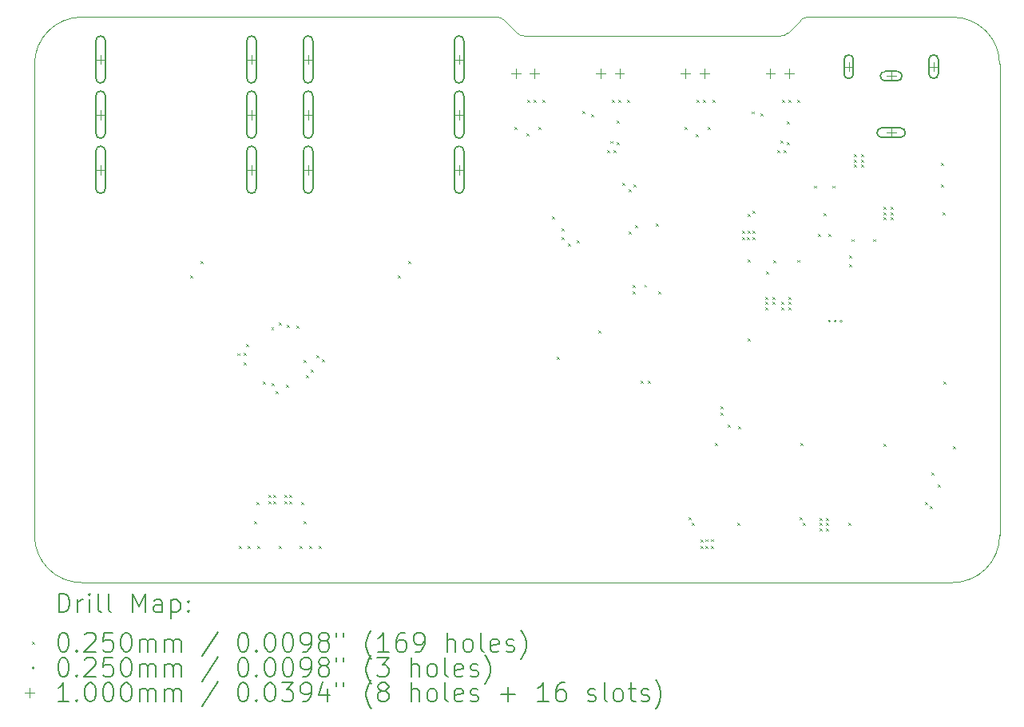
<source format=gbr>
%TF.GenerationSoftware,KiCad,Pcbnew,7.0.7*%
%TF.CreationDate,2023-09-27T18:03:20-04:00*%
%TF.ProjectId,baseboard,62617365-626f-4617-9264-2e6b69636164,A*%
%TF.SameCoordinates,Original*%
%TF.FileFunction,Drillmap*%
%TF.FilePolarity,Positive*%
%FSLAX45Y45*%
G04 Gerber Fmt 4.5, Leading zero omitted, Abs format (unit mm)*
G04 Created by KiCad (PCBNEW 7.0.7) date 2023-09-27 18:03:20*
%MOMM*%
%LPD*%
G01*
G04 APERTURE LIST*
%ADD10C,0.050000*%
%ADD11C,0.200000*%
%ADD12C,0.025000*%
%ADD13C,0.100000*%
G04 APERTURE END LIST*
D10*
X22262000Y-10567000D02*
X24982000Y-10567000D01*
X25059782Y-10534782D02*
X25194218Y-10399218D01*
X24982000Y-10567000D02*
G75*
G03*
X25059782Y-10534782I0J110000D01*
G01*
X22184218Y-10534782D02*
X22049782Y-10399218D01*
X26802000Y-16367000D02*
G75*
G03*
X27302000Y-15867000I0J500000D01*
G01*
X17572000Y-10367000D02*
G75*
G03*
X17072000Y-10867000I0J-500000D01*
G01*
X17072000Y-15867000D02*
G75*
G03*
X17572000Y-16367000I500000J0D01*
G01*
X22049782Y-10399218D02*
G75*
G03*
X21972000Y-10367000I-77782J-77782D01*
G01*
X17072000Y-10867000D02*
X17072000Y-15867000D01*
X17572000Y-16367000D02*
X26802000Y-16367000D01*
X22184218Y-10534782D02*
G75*
G03*
X22262000Y-10567000I77782J77782D01*
G01*
X21972000Y-10367000D02*
X17572000Y-10367000D01*
X25272000Y-10367000D02*
X26802000Y-10367000D01*
X25272000Y-10367000D02*
G75*
G03*
X25194218Y-10399218I0J-110000D01*
G01*
X27302000Y-10867000D02*
G75*
G03*
X26802000Y-10367000I-500000J0D01*
G01*
X27302000Y-15867000D02*
X27302000Y-10867000D01*
D11*
D12*
X18724500Y-13104500D02*
X18749500Y-13129500D01*
X18749500Y-13104500D02*
X18724500Y-13129500D01*
X18834500Y-12954500D02*
X18859500Y-12979500D01*
X18859500Y-12954500D02*
X18834500Y-12979500D01*
X19220500Y-13932500D02*
X19245500Y-13957500D01*
X19245500Y-13932500D02*
X19220500Y-13957500D01*
X19234500Y-15974500D02*
X19259500Y-15999500D01*
X19259500Y-15974500D02*
X19234500Y-15999500D01*
X19286500Y-14027500D02*
X19311500Y-14052500D01*
X19311500Y-14027500D02*
X19286500Y-14052500D01*
X19287000Y-13932000D02*
X19312000Y-13957000D01*
X19312000Y-13932000D02*
X19287000Y-13957000D01*
X19312500Y-13837500D02*
X19337500Y-13862500D01*
X19337500Y-13837500D02*
X19312500Y-13862500D01*
X19334500Y-15974500D02*
X19359500Y-15999500D01*
X19359500Y-15974500D02*
X19334500Y-15999500D01*
X19399500Y-15717000D02*
X19424500Y-15742000D01*
X19424500Y-15717000D02*
X19399500Y-15742000D01*
X19422000Y-15509500D02*
X19447000Y-15534500D01*
X19447000Y-15509500D02*
X19422000Y-15534500D01*
X19434500Y-15974500D02*
X19459500Y-15999500D01*
X19459500Y-15974500D02*
X19434500Y-15999500D01*
X19489500Y-14234500D02*
X19514500Y-14259500D01*
X19514500Y-14234500D02*
X19489500Y-14259500D01*
X19548500Y-15432500D02*
X19573500Y-15457500D01*
X19573500Y-15432500D02*
X19548500Y-15457500D01*
X19549500Y-15499500D02*
X19574500Y-15524500D01*
X19574500Y-15499500D02*
X19549500Y-15524500D01*
X19580500Y-13657000D02*
X19605500Y-13682000D01*
X19605500Y-13657000D02*
X19580500Y-13682000D01*
X19583000Y-14247000D02*
X19608000Y-14272000D01*
X19608000Y-14247000D02*
X19583000Y-14272000D01*
X19602000Y-15499500D02*
X19627000Y-15524500D01*
X19627000Y-15499500D02*
X19602000Y-15524500D01*
X19603500Y-15432500D02*
X19628500Y-15457500D01*
X19628500Y-15432500D02*
X19603500Y-15457500D01*
X19630500Y-14334500D02*
X19655500Y-14359500D01*
X19655500Y-14334500D02*
X19630500Y-14359500D01*
X19659500Y-13604500D02*
X19684500Y-13629500D01*
X19684500Y-13604500D02*
X19659500Y-13629500D01*
X19659500Y-15974500D02*
X19684500Y-15999500D01*
X19684500Y-15974500D02*
X19659500Y-15999500D01*
X19717000Y-15499500D02*
X19742000Y-15524500D01*
X19742000Y-15499500D02*
X19717000Y-15524500D01*
X19717500Y-15433500D02*
X19742500Y-15458500D01*
X19742500Y-15433500D02*
X19717500Y-15458500D01*
X19740500Y-14267000D02*
X19765500Y-14292000D01*
X19765500Y-14267000D02*
X19740500Y-14292000D01*
X19749500Y-13634500D02*
X19774500Y-13659500D01*
X19774500Y-13634500D02*
X19749500Y-13659500D01*
X19769500Y-15499500D02*
X19794500Y-15524500D01*
X19794500Y-15499500D02*
X19769500Y-15524500D01*
X19772500Y-15433500D02*
X19797500Y-15458500D01*
X19797500Y-15433500D02*
X19772500Y-15458500D01*
X19849500Y-13644500D02*
X19874500Y-13669500D01*
X19874500Y-13644500D02*
X19849500Y-13669500D01*
X19884500Y-15974500D02*
X19909500Y-15999500D01*
X19909500Y-15974500D02*
X19884500Y-15999500D01*
X19897000Y-15509500D02*
X19922000Y-15534500D01*
X19922000Y-15509500D02*
X19897000Y-15534500D01*
X19919500Y-15717000D02*
X19944500Y-15742000D01*
X19944500Y-15717000D02*
X19919500Y-15742000D01*
X19925500Y-14007000D02*
X19950500Y-14032000D01*
X19950500Y-14007000D02*
X19925500Y-14032000D01*
X19950500Y-14167000D02*
X19975500Y-14192000D01*
X19975500Y-14167000D02*
X19950500Y-14192000D01*
X19984500Y-15974500D02*
X20009500Y-15999500D01*
X20009500Y-15974500D02*
X19984500Y-15999500D01*
X19997000Y-14107000D02*
X20022000Y-14132000D01*
X20022000Y-14107000D02*
X19997000Y-14132000D01*
X20056000Y-13954500D02*
X20081000Y-13979500D01*
X20081000Y-13954500D02*
X20056000Y-13979500D01*
X20084500Y-15974500D02*
X20109500Y-15999500D01*
X20109500Y-15974500D02*
X20084500Y-15999500D01*
X20117000Y-13999500D02*
X20142000Y-14024500D01*
X20142000Y-13999500D02*
X20117000Y-14024500D01*
X20924500Y-13104500D02*
X20949500Y-13129500D01*
X20949500Y-13104500D02*
X20924500Y-13129500D01*
X21034500Y-12954500D02*
X21059500Y-12979500D01*
X21059500Y-12954500D02*
X21034500Y-12979500D01*
X22159500Y-11530750D02*
X22184500Y-11555750D01*
X22184500Y-11530750D02*
X22159500Y-11555750D01*
X22284500Y-11600750D02*
X22309500Y-11625750D01*
X22309500Y-11600750D02*
X22284500Y-11625750D01*
X22292500Y-11247500D02*
X22317500Y-11272500D01*
X22317500Y-11247500D02*
X22292500Y-11272500D01*
X22359500Y-11247000D02*
X22384500Y-11272000D01*
X22384500Y-11247000D02*
X22359500Y-11272000D01*
X22409500Y-11530750D02*
X22434500Y-11555750D01*
X22434500Y-11530750D02*
X22409500Y-11555750D01*
X22454500Y-11248250D02*
X22479500Y-11273250D01*
X22479500Y-11248250D02*
X22454500Y-11273250D01*
X22559500Y-12484500D02*
X22584500Y-12509500D01*
X22584500Y-12484500D02*
X22559500Y-12509500D01*
X22607000Y-13967500D02*
X22632000Y-13992500D01*
X22632000Y-13967500D02*
X22607000Y-13992500D01*
X22657000Y-12697000D02*
X22682000Y-12722000D01*
X22682000Y-12697000D02*
X22657000Y-12722000D01*
X22659500Y-12604500D02*
X22684500Y-12629500D01*
X22684500Y-12604500D02*
X22659500Y-12629500D01*
X22729500Y-12764500D02*
X22754500Y-12789500D01*
X22754500Y-12764500D02*
X22729500Y-12789500D01*
X22819500Y-12734500D02*
X22844500Y-12759500D01*
X22844500Y-12734500D02*
X22819500Y-12759500D01*
X22877000Y-11365750D02*
X22902000Y-11390750D01*
X22902000Y-11365750D02*
X22877000Y-11390750D01*
X22969500Y-11394500D02*
X22994500Y-11419500D01*
X22994500Y-11394500D02*
X22969500Y-11419500D01*
X23045500Y-13693500D02*
X23070500Y-13718500D01*
X23070500Y-13693500D02*
X23045500Y-13718500D01*
X23141500Y-11774250D02*
X23166500Y-11799250D01*
X23166500Y-11774250D02*
X23141500Y-11799250D01*
X23172500Y-11680500D02*
X23197500Y-11705500D01*
X23197500Y-11680500D02*
X23172500Y-11705500D01*
X23192500Y-11246500D02*
X23217500Y-11271500D01*
X23217500Y-11246500D02*
X23192500Y-11271500D01*
X23208500Y-11774500D02*
X23233500Y-11799500D01*
X23233500Y-11774500D02*
X23208500Y-11799500D01*
X23242000Y-11468250D02*
X23267000Y-11493250D01*
X23267000Y-11468250D02*
X23242000Y-11493250D01*
X23242000Y-11695750D02*
X23267000Y-11720750D01*
X23267000Y-11695750D02*
X23242000Y-11720750D01*
X23259500Y-11247000D02*
X23284500Y-11272000D01*
X23284500Y-11247000D02*
X23259500Y-11272000D01*
X23302000Y-12124500D02*
X23327000Y-12149500D01*
X23327000Y-12124500D02*
X23302000Y-12149500D01*
X23354500Y-11248250D02*
X23379500Y-11273250D01*
X23379500Y-11248250D02*
X23354500Y-11273250D01*
X23369500Y-12192000D02*
X23394500Y-12217000D01*
X23394500Y-12192000D02*
X23369500Y-12217000D01*
X23369500Y-12644500D02*
X23394500Y-12669500D01*
X23394500Y-12644500D02*
X23369500Y-12669500D01*
X23409500Y-13209500D02*
X23434500Y-13234500D01*
X23434500Y-13209500D02*
X23409500Y-13234500D01*
X23409500Y-13277000D02*
X23434500Y-13302000D01*
X23434500Y-13277000D02*
X23409500Y-13302000D01*
X23419500Y-12144500D02*
X23444500Y-12169500D01*
X23444500Y-12144500D02*
X23419500Y-12169500D01*
X23439500Y-12574500D02*
X23464500Y-12599500D01*
X23464500Y-12574500D02*
X23439500Y-12599500D01*
X23497000Y-14222000D02*
X23522000Y-14247000D01*
X23522000Y-14222000D02*
X23497000Y-14247000D01*
X23534500Y-13204500D02*
X23559500Y-13229500D01*
X23559500Y-13204500D02*
X23534500Y-13229500D01*
X23572000Y-14222000D02*
X23597000Y-14247000D01*
X23597000Y-14222000D02*
X23572000Y-14247000D01*
X23659500Y-12554500D02*
X23684500Y-12579500D01*
X23684500Y-12554500D02*
X23659500Y-12579500D01*
X23684500Y-13274500D02*
X23709500Y-13299500D01*
X23709500Y-13274500D02*
X23684500Y-13299500D01*
X23959500Y-11534500D02*
X23984500Y-11559500D01*
X23984500Y-11534500D02*
X23959500Y-11559500D01*
X24005500Y-15676500D02*
X24030500Y-15701500D01*
X24030500Y-15676500D02*
X24005500Y-15701500D01*
X24039500Y-15734500D02*
X24064500Y-15759500D01*
X24064500Y-15734500D02*
X24039500Y-15759500D01*
X24084500Y-11607000D02*
X24109500Y-11632000D01*
X24109500Y-11607000D02*
X24084500Y-11632000D01*
X24092500Y-11246500D02*
X24117500Y-11271500D01*
X24117500Y-11246500D02*
X24092500Y-11271500D01*
X24127500Y-15906500D02*
X24152500Y-15931500D01*
X24152500Y-15906500D02*
X24127500Y-15931500D01*
X24127500Y-15973500D02*
X24152500Y-15998500D01*
X24152500Y-15973500D02*
X24127500Y-15998500D01*
X24159500Y-11247000D02*
X24184500Y-11272000D01*
X24184500Y-11247000D02*
X24159500Y-11272000D01*
X24182500Y-15905500D02*
X24207500Y-15930500D01*
X24207500Y-15905500D02*
X24182500Y-15930500D01*
X24182500Y-15973500D02*
X24207500Y-15998500D01*
X24207500Y-15973500D02*
X24182500Y-15998500D01*
X24209500Y-11535750D02*
X24234500Y-11560750D01*
X24234500Y-11535750D02*
X24209500Y-11560750D01*
X24237500Y-15905500D02*
X24262500Y-15930500D01*
X24262500Y-15905500D02*
X24237500Y-15930500D01*
X24237500Y-15973500D02*
X24262500Y-15998500D01*
X24262500Y-15973500D02*
X24237500Y-15998500D01*
X24254500Y-11248250D02*
X24279500Y-11273250D01*
X24279500Y-11248250D02*
X24254500Y-11273250D01*
X24284500Y-14884500D02*
X24309500Y-14909500D01*
X24309500Y-14884500D02*
X24284500Y-14909500D01*
X24346500Y-14499500D02*
X24371500Y-14524500D01*
X24371500Y-14499500D02*
X24346500Y-14524500D01*
X24347000Y-14567000D02*
X24372000Y-14592000D01*
X24372000Y-14567000D02*
X24347000Y-14592000D01*
X24417000Y-14692000D02*
X24442000Y-14717000D01*
X24442000Y-14692000D02*
X24417000Y-14717000D01*
X24519500Y-15734500D02*
X24544500Y-15759500D01*
X24544500Y-15734500D02*
X24519500Y-15759500D01*
X24532000Y-14704500D02*
X24557000Y-14729500D01*
X24557000Y-14704500D02*
X24532000Y-14729500D01*
X24571500Y-12698500D02*
X24596500Y-12723500D01*
X24596500Y-12698500D02*
X24571500Y-12723500D01*
X24572000Y-12632000D02*
X24597000Y-12657000D01*
X24597000Y-12632000D02*
X24572000Y-12657000D01*
X24626500Y-12698500D02*
X24651500Y-12723500D01*
X24651500Y-12698500D02*
X24626500Y-12723500D01*
X24627000Y-12454500D02*
X24652000Y-12479500D01*
X24652000Y-12454500D02*
X24627000Y-12479500D01*
X24627000Y-12632000D02*
X24652000Y-12657000D01*
X24652000Y-12632000D02*
X24627000Y-12657000D01*
X24627000Y-12934500D02*
X24652000Y-12959500D01*
X24652000Y-12934500D02*
X24627000Y-12959500D01*
X24627000Y-13777000D02*
X24652000Y-13802000D01*
X24652000Y-13777000D02*
X24627000Y-13802000D01*
X24677000Y-11367000D02*
X24702000Y-11392000D01*
X24702000Y-11367000D02*
X24677000Y-11392000D01*
X24681500Y-12698500D02*
X24706500Y-12723500D01*
X24706500Y-12698500D02*
X24681500Y-12723500D01*
X24682000Y-12632000D02*
X24707000Y-12657000D01*
X24707000Y-12632000D02*
X24682000Y-12657000D01*
X24685500Y-12423500D02*
X24710500Y-12448500D01*
X24710500Y-12423500D02*
X24685500Y-12448500D01*
X24769500Y-11392000D02*
X24794500Y-11417000D01*
X24794500Y-11392000D02*
X24769500Y-11417000D01*
X24814500Y-13334500D02*
X24839500Y-13359500D01*
X24839500Y-13334500D02*
X24814500Y-13359500D01*
X24814500Y-13389500D02*
X24839500Y-13414500D01*
X24839500Y-13389500D02*
X24814500Y-13414500D01*
X24814500Y-13444500D02*
X24839500Y-13469500D01*
X24839500Y-13444500D02*
X24814500Y-13469500D01*
X24827000Y-13062000D02*
X24852000Y-13087000D01*
X24852000Y-13062000D02*
X24827000Y-13087000D01*
X24891500Y-13335500D02*
X24916500Y-13360500D01*
X24916500Y-13335500D02*
X24891500Y-13360500D01*
X24891500Y-13390500D02*
X24916500Y-13415500D01*
X24916500Y-13390500D02*
X24891500Y-13415500D01*
X24902000Y-12944500D02*
X24927000Y-12969500D01*
X24927000Y-12944500D02*
X24902000Y-12969500D01*
X24944500Y-11775750D02*
X24969500Y-11800750D01*
X24969500Y-11775750D02*
X24944500Y-11800750D01*
X24974500Y-11679500D02*
X24999500Y-11704500D01*
X24999500Y-11679500D02*
X24974500Y-11704500D01*
X24984500Y-13390500D02*
X25009500Y-13415500D01*
X25009500Y-13390500D02*
X24984500Y-13415500D01*
X24984500Y-13445500D02*
X25009500Y-13470500D01*
X25009500Y-13445500D02*
X24984500Y-13470500D01*
X24992500Y-11247500D02*
X25017500Y-11272500D01*
X25017500Y-11247500D02*
X24992500Y-11272500D01*
X25011500Y-11775500D02*
X25036500Y-11800500D01*
X25036500Y-11775500D02*
X25011500Y-11800500D01*
X25042000Y-11475750D02*
X25067000Y-11500750D01*
X25067000Y-11475750D02*
X25042000Y-11500750D01*
X25042000Y-11695750D02*
X25067000Y-11720750D01*
X25067000Y-11695750D02*
X25042000Y-11720750D01*
X25059500Y-11247000D02*
X25084500Y-11272000D01*
X25084500Y-11247000D02*
X25059500Y-11272000D01*
X25062000Y-13334500D02*
X25087000Y-13359500D01*
X25087000Y-13334500D02*
X25062000Y-13359500D01*
X25062000Y-13389500D02*
X25087000Y-13414500D01*
X25087000Y-13389500D02*
X25062000Y-13414500D01*
X25062000Y-13444500D02*
X25087000Y-13469500D01*
X25087000Y-13444500D02*
X25062000Y-13469500D01*
X25154500Y-11248250D02*
X25179500Y-11273250D01*
X25179500Y-11248250D02*
X25154500Y-11273250D01*
X25159500Y-12942000D02*
X25184500Y-12967000D01*
X25184500Y-12942000D02*
X25159500Y-12967000D01*
X25183500Y-15676500D02*
X25208500Y-15701500D01*
X25208500Y-15676500D02*
X25183500Y-15701500D01*
X25192000Y-14887000D02*
X25217000Y-14912000D01*
X25217000Y-14887000D02*
X25192000Y-14912000D01*
X25214500Y-15734500D02*
X25239500Y-15759500D01*
X25239500Y-15734500D02*
X25214500Y-15759500D01*
X25332000Y-12154500D02*
X25357000Y-12179500D01*
X25357000Y-12154500D02*
X25332000Y-12179500D01*
X25379500Y-12669500D02*
X25404500Y-12694500D01*
X25404500Y-12669500D02*
X25379500Y-12694500D01*
X25392000Y-15679500D02*
X25417000Y-15704500D01*
X25417000Y-15679500D02*
X25392000Y-15704500D01*
X25392000Y-15734500D02*
X25417000Y-15759500D01*
X25417000Y-15734500D02*
X25392000Y-15759500D01*
X25392000Y-15789500D02*
X25417000Y-15814500D01*
X25417000Y-15789500D02*
X25392000Y-15814500D01*
X25432000Y-12447000D02*
X25457000Y-12472000D01*
X25457000Y-12447000D02*
X25432000Y-12472000D01*
X25458500Y-15678500D02*
X25483500Y-15703500D01*
X25483500Y-15678500D02*
X25458500Y-15703500D01*
X25458500Y-15733500D02*
X25483500Y-15758500D01*
X25483500Y-15733500D02*
X25458500Y-15758500D01*
X25458500Y-15788500D02*
X25483500Y-15813500D01*
X25483500Y-15788500D02*
X25458500Y-15813500D01*
X25484500Y-12669500D02*
X25509500Y-12694500D01*
X25509500Y-12669500D02*
X25484500Y-12694500D01*
X25532000Y-12154500D02*
X25557000Y-12179500D01*
X25557000Y-12154500D02*
X25532000Y-12179500D01*
X25694500Y-15734500D02*
X25719500Y-15759500D01*
X25719500Y-15734500D02*
X25694500Y-15759500D01*
X25704500Y-12892000D02*
X25729500Y-12917000D01*
X25729500Y-12892000D02*
X25704500Y-12917000D01*
X25704500Y-12992000D02*
X25729500Y-13017000D01*
X25729500Y-12992000D02*
X25704500Y-13017000D01*
X25734500Y-12722000D02*
X25759500Y-12747000D01*
X25759500Y-12722000D02*
X25734500Y-12747000D01*
X25754500Y-11822500D02*
X25779500Y-11847500D01*
X25779500Y-11822500D02*
X25754500Y-11847500D01*
X25754500Y-11877500D02*
X25779500Y-11902500D01*
X25779500Y-11877500D02*
X25754500Y-11902500D01*
X25754500Y-11932500D02*
X25779500Y-11957500D01*
X25779500Y-11932500D02*
X25754500Y-11957500D01*
X25832000Y-11822000D02*
X25857000Y-11847000D01*
X25857000Y-11822000D02*
X25832000Y-11847000D01*
X25832000Y-11877000D02*
X25857000Y-11902000D01*
X25857000Y-11877000D02*
X25832000Y-11902000D01*
X25832000Y-11932000D02*
X25857000Y-11957000D01*
X25857000Y-11932000D02*
X25832000Y-11957000D01*
X25957000Y-12722000D02*
X25982000Y-12747000D01*
X25982000Y-12722000D02*
X25957000Y-12747000D01*
X26069500Y-14897000D02*
X26094500Y-14922000D01*
X26094500Y-14897000D02*
X26069500Y-14922000D01*
X26071500Y-12382000D02*
X26096500Y-12407000D01*
X26096500Y-12382000D02*
X26071500Y-12407000D01*
X26071500Y-12437000D02*
X26096500Y-12462000D01*
X26096500Y-12437000D02*
X26071500Y-12462000D01*
X26071500Y-12492000D02*
X26096500Y-12517000D01*
X26096500Y-12492000D02*
X26071500Y-12517000D01*
X26149500Y-12382000D02*
X26174500Y-12407000D01*
X26174500Y-12382000D02*
X26149500Y-12407000D01*
X26149500Y-12437000D02*
X26174500Y-12462000D01*
X26174500Y-12437000D02*
X26149500Y-12462000D01*
X26149500Y-12492000D02*
X26174500Y-12517000D01*
X26174500Y-12492000D02*
X26149500Y-12517000D01*
X26512000Y-15512000D02*
X26537000Y-15537000D01*
X26537000Y-15512000D02*
X26512000Y-15537000D01*
X26564500Y-15551500D02*
X26589500Y-15576500D01*
X26589500Y-15551500D02*
X26564500Y-15576500D01*
X26574500Y-15197000D02*
X26599500Y-15222000D01*
X26599500Y-15197000D02*
X26574500Y-15222000D01*
X26644500Y-15322000D02*
X26669500Y-15347000D01*
X26669500Y-15322000D02*
X26644500Y-15347000D01*
X26677000Y-11909500D02*
X26702000Y-11934500D01*
X26702000Y-11909500D02*
X26677000Y-11934500D01*
X26677000Y-12142000D02*
X26702000Y-12167000D01*
X26702000Y-12142000D02*
X26677000Y-12167000D01*
X26697450Y-12436476D02*
X26722450Y-12461476D01*
X26722450Y-12436476D02*
X26697450Y-12461476D01*
X26707500Y-14231500D02*
X26732500Y-14256500D01*
X26732500Y-14231500D02*
X26707500Y-14256500D01*
X26807000Y-14917000D02*
X26832000Y-14942000D01*
X26832000Y-14917000D02*
X26807000Y-14942000D01*
X25509500Y-13592000D02*
G75*
G03*
X25509500Y-13592000I-12500J0D01*
G01*
X25572000Y-13592000D02*
G75*
G03*
X25572000Y-13592000I-12500J0D01*
G01*
X25634500Y-13592000D02*
G75*
G03*
X25634500Y-13592000I-12500J0D01*
G01*
D13*
X17772000Y-10767000D02*
X17772000Y-10867000D01*
X17722000Y-10817000D02*
X17822000Y-10817000D01*
D11*
X17722000Y-10617000D02*
X17722000Y-11017000D01*
X17722000Y-11017000D02*
G75*
G03*
X17822000Y-11017000I50000J0D01*
G01*
X17822000Y-11017000D02*
X17822000Y-10617000D01*
X17822000Y-10617000D02*
G75*
G03*
X17722000Y-10617000I-50000J0D01*
G01*
D13*
X17772000Y-11352000D02*
X17772000Y-11452000D01*
X17722000Y-11402000D02*
X17822000Y-11402000D01*
D11*
X17722000Y-11202000D02*
X17722000Y-11602000D01*
X17722000Y-11602000D02*
G75*
G03*
X17822000Y-11602000I50000J0D01*
G01*
X17822000Y-11602000D02*
X17822000Y-11202000D01*
X17822000Y-11202000D02*
G75*
G03*
X17722000Y-11202000I-50000J0D01*
G01*
D13*
X17772000Y-11937000D02*
X17772000Y-12037000D01*
X17722000Y-11987000D02*
X17822000Y-11987000D01*
D11*
X17722000Y-11787000D02*
X17722000Y-12187000D01*
X17722000Y-12187000D02*
G75*
G03*
X17822000Y-12187000I50000J0D01*
G01*
X17822000Y-12187000D02*
X17822000Y-11787000D01*
X17822000Y-11787000D02*
G75*
G03*
X17722000Y-11787000I-50000J0D01*
G01*
D13*
X19372000Y-10767000D02*
X19372000Y-10867000D01*
X19322000Y-10817000D02*
X19422000Y-10817000D01*
D11*
X19322000Y-10617000D02*
X19322000Y-11017000D01*
X19322000Y-11017000D02*
G75*
G03*
X19422000Y-11017000I50000J0D01*
G01*
X19422000Y-11017000D02*
X19422000Y-10617000D01*
X19422000Y-10617000D02*
G75*
G03*
X19322000Y-10617000I-50000J0D01*
G01*
D13*
X19372000Y-11352000D02*
X19372000Y-11452000D01*
X19322000Y-11402000D02*
X19422000Y-11402000D01*
D11*
X19322000Y-11202000D02*
X19322000Y-11602000D01*
X19322000Y-11602000D02*
G75*
G03*
X19422000Y-11602000I50000J0D01*
G01*
X19422000Y-11602000D02*
X19422000Y-11202000D01*
X19422000Y-11202000D02*
G75*
G03*
X19322000Y-11202000I-50000J0D01*
G01*
D13*
X19372000Y-11937000D02*
X19372000Y-12037000D01*
X19322000Y-11987000D02*
X19422000Y-11987000D01*
D11*
X19322000Y-11787000D02*
X19322000Y-12187000D01*
X19322000Y-12187000D02*
G75*
G03*
X19422000Y-12187000I50000J0D01*
G01*
X19422000Y-12187000D02*
X19422000Y-11787000D01*
X19422000Y-11787000D02*
G75*
G03*
X19322000Y-11787000I-50000J0D01*
G01*
D13*
X19972000Y-10767000D02*
X19972000Y-10867000D01*
X19922000Y-10817000D02*
X20022000Y-10817000D01*
D11*
X19922000Y-10617000D02*
X19922000Y-11017000D01*
X19922000Y-11017000D02*
G75*
G03*
X20022000Y-11017000I50000J0D01*
G01*
X20022000Y-11017000D02*
X20022000Y-10617000D01*
X20022000Y-10617000D02*
G75*
G03*
X19922000Y-10617000I-50000J0D01*
G01*
D13*
X19972000Y-11352000D02*
X19972000Y-11452000D01*
X19922000Y-11402000D02*
X20022000Y-11402000D01*
D11*
X19922000Y-11202000D02*
X19922000Y-11602000D01*
X19922000Y-11602000D02*
G75*
G03*
X20022000Y-11602000I50000J0D01*
G01*
X20022000Y-11602000D02*
X20022000Y-11202000D01*
X20022000Y-11202000D02*
G75*
G03*
X19922000Y-11202000I-50000J0D01*
G01*
D13*
X19972000Y-11937000D02*
X19972000Y-12037000D01*
X19922000Y-11987000D02*
X20022000Y-11987000D01*
D11*
X19922000Y-11787000D02*
X19922000Y-12187000D01*
X19922000Y-12187000D02*
G75*
G03*
X20022000Y-12187000I50000J0D01*
G01*
X20022000Y-12187000D02*
X20022000Y-11787000D01*
X20022000Y-11787000D02*
G75*
G03*
X19922000Y-11787000I-50000J0D01*
G01*
D13*
X21572000Y-10767000D02*
X21572000Y-10867000D01*
X21522000Y-10817000D02*
X21622000Y-10817000D01*
D11*
X21522000Y-10617000D02*
X21522000Y-11017000D01*
X21522000Y-11017000D02*
G75*
G03*
X21622000Y-11017000I50000J0D01*
G01*
X21622000Y-11017000D02*
X21622000Y-10617000D01*
X21622000Y-10617000D02*
G75*
G03*
X21522000Y-10617000I-50000J0D01*
G01*
D13*
X21572000Y-11352000D02*
X21572000Y-11452000D01*
X21522000Y-11402000D02*
X21622000Y-11402000D01*
D11*
X21522000Y-11202000D02*
X21522000Y-11602000D01*
X21522000Y-11602000D02*
G75*
G03*
X21622000Y-11602000I50000J0D01*
G01*
X21622000Y-11602000D02*
X21622000Y-11202000D01*
X21622000Y-11202000D02*
G75*
G03*
X21522000Y-11202000I-50000J0D01*
G01*
D13*
X21572000Y-11937000D02*
X21572000Y-12037000D01*
X21522000Y-11987000D02*
X21622000Y-11987000D01*
D11*
X21522000Y-11787000D02*
X21522000Y-12187000D01*
X21522000Y-12187000D02*
G75*
G03*
X21622000Y-12187000I50000J0D01*
G01*
X21622000Y-12187000D02*
X21622000Y-11787000D01*
X21622000Y-11787000D02*
G75*
G03*
X21522000Y-11787000I-50000J0D01*
G01*
D13*
X22172000Y-10917000D02*
X22172000Y-11017000D01*
X22122000Y-10967000D02*
X22222000Y-10967000D01*
X22372000Y-10917000D02*
X22372000Y-11017000D01*
X22322000Y-10967000D02*
X22422000Y-10967000D01*
X23072000Y-10917000D02*
X23072000Y-11017000D01*
X23022000Y-10967000D02*
X23122000Y-10967000D01*
X23272000Y-10917000D02*
X23272000Y-11017000D01*
X23222000Y-10967000D02*
X23322000Y-10967000D01*
X23972000Y-10917000D02*
X23972000Y-11017000D01*
X23922000Y-10967000D02*
X24022000Y-10967000D01*
X24172000Y-10917000D02*
X24172000Y-11017000D01*
X24122000Y-10967000D02*
X24222000Y-10967000D01*
X24872000Y-10917000D02*
X24872000Y-11017000D01*
X24822000Y-10967000D02*
X24922000Y-10967000D01*
X25072000Y-10917000D02*
X25072000Y-11017000D01*
X25022000Y-10967000D02*
X25122000Y-10967000D01*
X25702000Y-10843210D02*
X25702000Y-10943210D01*
X25652000Y-10893210D02*
X25752000Y-10893210D01*
D11*
X25752000Y-10968210D02*
X25752000Y-10818210D01*
X25752000Y-10818210D02*
G75*
G03*
X25652000Y-10818210I-50000J0D01*
G01*
X25652000Y-10818210D02*
X25652000Y-10968210D01*
X25652000Y-10968210D02*
G75*
G03*
X25752000Y-10968210I50000J0D01*
G01*
D13*
X26152000Y-10943210D02*
X26152000Y-11043210D01*
X26102000Y-10993210D02*
X26202000Y-10993210D01*
D11*
X26087000Y-11043210D02*
X26217000Y-11043210D01*
X26217000Y-11043210D02*
G75*
G03*
X26217000Y-10943210I0J50000D01*
G01*
X26217000Y-10943210D02*
X26087000Y-10943210D01*
X26087000Y-10943210D02*
G75*
G03*
X26087000Y-11043210I0J-50000D01*
G01*
D13*
X26152000Y-11543210D02*
X26152000Y-11643210D01*
X26102000Y-11593210D02*
X26202000Y-11593210D01*
D11*
X26052000Y-11643210D02*
X26252000Y-11643210D01*
X26252000Y-11643210D02*
G75*
G03*
X26252000Y-11543210I0J50000D01*
G01*
X26252000Y-11543210D02*
X26052000Y-11543210D01*
X26052000Y-11543210D02*
G75*
G03*
X26052000Y-11643210I0J-50000D01*
G01*
D13*
X26602000Y-10843210D02*
X26602000Y-10943210D01*
X26552000Y-10893210D02*
X26652000Y-10893210D01*
D11*
X26652000Y-10968210D02*
X26652000Y-10818210D01*
X26652000Y-10818210D02*
G75*
G03*
X26552000Y-10818210I-50000J0D01*
G01*
X26552000Y-10818210D02*
X26552000Y-10968210D01*
X26552000Y-10968210D02*
G75*
G03*
X26652000Y-10968210I50000J0D01*
G01*
X17330277Y-16680984D02*
X17330277Y-16480984D01*
X17330277Y-16480984D02*
X17377896Y-16480984D01*
X17377896Y-16480984D02*
X17406467Y-16490508D01*
X17406467Y-16490508D02*
X17425515Y-16509555D01*
X17425515Y-16509555D02*
X17435039Y-16528603D01*
X17435039Y-16528603D02*
X17444563Y-16566698D01*
X17444563Y-16566698D02*
X17444563Y-16595269D01*
X17444563Y-16595269D02*
X17435039Y-16633365D01*
X17435039Y-16633365D02*
X17425515Y-16652412D01*
X17425515Y-16652412D02*
X17406467Y-16671460D01*
X17406467Y-16671460D02*
X17377896Y-16680984D01*
X17377896Y-16680984D02*
X17330277Y-16680984D01*
X17530277Y-16680984D02*
X17530277Y-16547650D01*
X17530277Y-16585746D02*
X17539801Y-16566698D01*
X17539801Y-16566698D02*
X17549324Y-16557174D01*
X17549324Y-16557174D02*
X17568372Y-16547650D01*
X17568372Y-16547650D02*
X17587420Y-16547650D01*
X17654086Y-16680984D02*
X17654086Y-16547650D01*
X17654086Y-16480984D02*
X17644563Y-16490508D01*
X17644563Y-16490508D02*
X17654086Y-16500031D01*
X17654086Y-16500031D02*
X17663610Y-16490508D01*
X17663610Y-16490508D02*
X17654086Y-16480984D01*
X17654086Y-16480984D02*
X17654086Y-16500031D01*
X17777896Y-16680984D02*
X17758848Y-16671460D01*
X17758848Y-16671460D02*
X17749324Y-16652412D01*
X17749324Y-16652412D02*
X17749324Y-16480984D01*
X17882658Y-16680984D02*
X17863610Y-16671460D01*
X17863610Y-16671460D02*
X17854086Y-16652412D01*
X17854086Y-16652412D02*
X17854086Y-16480984D01*
X18111229Y-16680984D02*
X18111229Y-16480984D01*
X18111229Y-16480984D02*
X18177896Y-16623841D01*
X18177896Y-16623841D02*
X18244563Y-16480984D01*
X18244563Y-16480984D02*
X18244563Y-16680984D01*
X18425515Y-16680984D02*
X18425515Y-16576222D01*
X18425515Y-16576222D02*
X18415991Y-16557174D01*
X18415991Y-16557174D02*
X18396944Y-16547650D01*
X18396944Y-16547650D02*
X18358848Y-16547650D01*
X18358848Y-16547650D02*
X18339801Y-16557174D01*
X18425515Y-16671460D02*
X18406467Y-16680984D01*
X18406467Y-16680984D02*
X18358848Y-16680984D01*
X18358848Y-16680984D02*
X18339801Y-16671460D01*
X18339801Y-16671460D02*
X18330277Y-16652412D01*
X18330277Y-16652412D02*
X18330277Y-16633365D01*
X18330277Y-16633365D02*
X18339801Y-16614317D01*
X18339801Y-16614317D02*
X18358848Y-16604793D01*
X18358848Y-16604793D02*
X18406467Y-16604793D01*
X18406467Y-16604793D02*
X18425515Y-16595269D01*
X18520753Y-16547650D02*
X18520753Y-16747650D01*
X18520753Y-16557174D02*
X18539801Y-16547650D01*
X18539801Y-16547650D02*
X18577896Y-16547650D01*
X18577896Y-16547650D02*
X18596944Y-16557174D01*
X18596944Y-16557174D02*
X18606467Y-16566698D01*
X18606467Y-16566698D02*
X18615991Y-16585746D01*
X18615991Y-16585746D02*
X18615991Y-16642888D01*
X18615991Y-16642888D02*
X18606467Y-16661936D01*
X18606467Y-16661936D02*
X18596944Y-16671460D01*
X18596944Y-16671460D02*
X18577896Y-16680984D01*
X18577896Y-16680984D02*
X18539801Y-16680984D01*
X18539801Y-16680984D02*
X18520753Y-16671460D01*
X18701705Y-16661936D02*
X18711229Y-16671460D01*
X18711229Y-16671460D02*
X18701705Y-16680984D01*
X18701705Y-16680984D02*
X18692182Y-16671460D01*
X18692182Y-16671460D02*
X18701705Y-16661936D01*
X18701705Y-16661936D02*
X18701705Y-16680984D01*
X18701705Y-16557174D02*
X18711229Y-16566698D01*
X18711229Y-16566698D02*
X18701705Y-16576222D01*
X18701705Y-16576222D02*
X18692182Y-16566698D01*
X18692182Y-16566698D02*
X18701705Y-16557174D01*
X18701705Y-16557174D02*
X18701705Y-16576222D01*
D12*
X17044500Y-16997000D02*
X17069500Y-17022000D01*
X17069500Y-16997000D02*
X17044500Y-17022000D01*
D11*
X17368372Y-16900984D02*
X17387420Y-16900984D01*
X17387420Y-16900984D02*
X17406467Y-16910508D01*
X17406467Y-16910508D02*
X17415991Y-16920031D01*
X17415991Y-16920031D02*
X17425515Y-16939079D01*
X17425515Y-16939079D02*
X17435039Y-16977174D01*
X17435039Y-16977174D02*
X17435039Y-17024793D01*
X17435039Y-17024793D02*
X17425515Y-17062889D01*
X17425515Y-17062889D02*
X17415991Y-17081936D01*
X17415991Y-17081936D02*
X17406467Y-17091460D01*
X17406467Y-17091460D02*
X17387420Y-17100984D01*
X17387420Y-17100984D02*
X17368372Y-17100984D01*
X17368372Y-17100984D02*
X17349324Y-17091460D01*
X17349324Y-17091460D02*
X17339801Y-17081936D01*
X17339801Y-17081936D02*
X17330277Y-17062889D01*
X17330277Y-17062889D02*
X17320753Y-17024793D01*
X17320753Y-17024793D02*
X17320753Y-16977174D01*
X17320753Y-16977174D02*
X17330277Y-16939079D01*
X17330277Y-16939079D02*
X17339801Y-16920031D01*
X17339801Y-16920031D02*
X17349324Y-16910508D01*
X17349324Y-16910508D02*
X17368372Y-16900984D01*
X17520753Y-17081936D02*
X17530277Y-17091460D01*
X17530277Y-17091460D02*
X17520753Y-17100984D01*
X17520753Y-17100984D02*
X17511229Y-17091460D01*
X17511229Y-17091460D02*
X17520753Y-17081936D01*
X17520753Y-17081936D02*
X17520753Y-17100984D01*
X17606467Y-16920031D02*
X17615991Y-16910508D01*
X17615991Y-16910508D02*
X17635039Y-16900984D01*
X17635039Y-16900984D02*
X17682658Y-16900984D01*
X17682658Y-16900984D02*
X17701705Y-16910508D01*
X17701705Y-16910508D02*
X17711229Y-16920031D01*
X17711229Y-16920031D02*
X17720753Y-16939079D01*
X17720753Y-16939079D02*
X17720753Y-16958127D01*
X17720753Y-16958127D02*
X17711229Y-16986698D01*
X17711229Y-16986698D02*
X17596944Y-17100984D01*
X17596944Y-17100984D02*
X17720753Y-17100984D01*
X17901705Y-16900984D02*
X17806467Y-16900984D01*
X17806467Y-16900984D02*
X17796944Y-16996222D01*
X17796944Y-16996222D02*
X17806467Y-16986698D01*
X17806467Y-16986698D02*
X17825515Y-16977174D01*
X17825515Y-16977174D02*
X17873134Y-16977174D01*
X17873134Y-16977174D02*
X17892182Y-16986698D01*
X17892182Y-16986698D02*
X17901705Y-16996222D01*
X17901705Y-16996222D02*
X17911229Y-17015270D01*
X17911229Y-17015270D02*
X17911229Y-17062889D01*
X17911229Y-17062889D02*
X17901705Y-17081936D01*
X17901705Y-17081936D02*
X17892182Y-17091460D01*
X17892182Y-17091460D02*
X17873134Y-17100984D01*
X17873134Y-17100984D02*
X17825515Y-17100984D01*
X17825515Y-17100984D02*
X17806467Y-17091460D01*
X17806467Y-17091460D02*
X17796944Y-17081936D01*
X18035039Y-16900984D02*
X18054086Y-16900984D01*
X18054086Y-16900984D02*
X18073134Y-16910508D01*
X18073134Y-16910508D02*
X18082658Y-16920031D01*
X18082658Y-16920031D02*
X18092182Y-16939079D01*
X18092182Y-16939079D02*
X18101705Y-16977174D01*
X18101705Y-16977174D02*
X18101705Y-17024793D01*
X18101705Y-17024793D02*
X18092182Y-17062889D01*
X18092182Y-17062889D02*
X18082658Y-17081936D01*
X18082658Y-17081936D02*
X18073134Y-17091460D01*
X18073134Y-17091460D02*
X18054086Y-17100984D01*
X18054086Y-17100984D02*
X18035039Y-17100984D01*
X18035039Y-17100984D02*
X18015991Y-17091460D01*
X18015991Y-17091460D02*
X18006467Y-17081936D01*
X18006467Y-17081936D02*
X17996944Y-17062889D01*
X17996944Y-17062889D02*
X17987420Y-17024793D01*
X17987420Y-17024793D02*
X17987420Y-16977174D01*
X17987420Y-16977174D02*
X17996944Y-16939079D01*
X17996944Y-16939079D02*
X18006467Y-16920031D01*
X18006467Y-16920031D02*
X18015991Y-16910508D01*
X18015991Y-16910508D02*
X18035039Y-16900984D01*
X18187420Y-17100984D02*
X18187420Y-16967650D01*
X18187420Y-16986698D02*
X18196944Y-16977174D01*
X18196944Y-16977174D02*
X18215991Y-16967650D01*
X18215991Y-16967650D02*
X18244563Y-16967650D01*
X18244563Y-16967650D02*
X18263610Y-16977174D01*
X18263610Y-16977174D02*
X18273134Y-16996222D01*
X18273134Y-16996222D02*
X18273134Y-17100984D01*
X18273134Y-16996222D02*
X18282658Y-16977174D01*
X18282658Y-16977174D02*
X18301705Y-16967650D01*
X18301705Y-16967650D02*
X18330277Y-16967650D01*
X18330277Y-16967650D02*
X18349325Y-16977174D01*
X18349325Y-16977174D02*
X18358848Y-16996222D01*
X18358848Y-16996222D02*
X18358848Y-17100984D01*
X18454086Y-17100984D02*
X18454086Y-16967650D01*
X18454086Y-16986698D02*
X18463610Y-16977174D01*
X18463610Y-16977174D02*
X18482658Y-16967650D01*
X18482658Y-16967650D02*
X18511229Y-16967650D01*
X18511229Y-16967650D02*
X18530277Y-16977174D01*
X18530277Y-16977174D02*
X18539801Y-16996222D01*
X18539801Y-16996222D02*
X18539801Y-17100984D01*
X18539801Y-16996222D02*
X18549325Y-16977174D01*
X18549325Y-16977174D02*
X18568372Y-16967650D01*
X18568372Y-16967650D02*
X18596944Y-16967650D01*
X18596944Y-16967650D02*
X18615991Y-16977174D01*
X18615991Y-16977174D02*
X18625515Y-16996222D01*
X18625515Y-16996222D02*
X18625515Y-17100984D01*
X19015991Y-16891460D02*
X18844563Y-17148603D01*
X19273134Y-16900984D02*
X19292182Y-16900984D01*
X19292182Y-16900984D02*
X19311229Y-16910508D01*
X19311229Y-16910508D02*
X19320753Y-16920031D01*
X19320753Y-16920031D02*
X19330277Y-16939079D01*
X19330277Y-16939079D02*
X19339801Y-16977174D01*
X19339801Y-16977174D02*
X19339801Y-17024793D01*
X19339801Y-17024793D02*
X19330277Y-17062889D01*
X19330277Y-17062889D02*
X19320753Y-17081936D01*
X19320753Y-17081936D02*
X19311229Y-17091460D01*
X19311229Y-17091460D02*
X19292182Y-17100984D01*
X19292182Y-17100984D02*
X19273134Y-17100984D01*
X19273134Y-17100984D02*
X19254087Y-17091460D01*
X19254087Y-17091460D02*
X19244563Y-17081936D01*
X19244563Y-17081936D02*
X19235039Y-17062889D01*
X19235039Y-17062889D02*
X19225515Y-17024793D01*
X19225515Y-17024793D02*
X19225515Y-16977174D01*
X19225515Y-16977174D02*
X19235039Y-16939079D01*
X19235039Y-16939079D02*
X19244563Y-16920031D01*
X19244563Y-16920031D02*
X19254087Y-16910508D01*
X19254087Y-16910508D02*
X19273134Y-16900984D01*
X19425515Y-17081936D02*
X19435039Y-17091460D01*
X19435039Y-17091460D02*
X19425515Y-17100984D01*
X19425515Y-17100984D02*
X19415991Y-17091460D01*
X19415991Y-17091460D02*
X19425515Y-17081936D01*
X19425515Y-17081936D02*
X19425515Y-17100984D01*
X19558848Y-16900984D02*
X19577896Y-16900984D01*
X19577896Y-16900984D02*
X19596944Y-16910508D01*
X19596944Y-16910508D02*
X19606468Y-16920031D01*
X19606468Y-16920031D02*
X19615991Y-16939079D01*
X19615991Y-16939079D02*
X19625515Y-16977174D01*
X19625515Y-16977174D02*
X19625515Y-17024793D01*
X19625515Y-17024793D02*
X19615991Y-17062889D01*
X19615991Y-17062889D02*
X19606468Y-17081936D01*
X19606468Y-17081936D02*
X19596944Y-17091460D01*
X19596944Y-17091460D02*
X19577896Y-17100984D01*
X19577896Y-17100984D02*
X19558848Y-17100984D01*
X19558848Y-17100984D02*
X19539801Y-17091460D01*
X19539801Y-17091460D02*
X19530277Y-17081936D01*
X19530277Y-17081936D02*
X19520753Y-17062889D01*
X19520753Y-17062889D02*
X19511229Y-17024793D01*
X19511229Y-17024793D02*
X19511229Y-16977174D01*
X19511229Y-16977174D02*
X19520753Y-16939079D01*
X19520753Y-16939079D02*
X19530277Y-16920031D01*
X19530277Y-16920031D02*
X19539801Y-16910508D01*
X19539801Y-16910508D02*
X19558848Y-16900984D01*
X19749325Y-16900984D02*
X19768372Y-16900984D01*
X19768372Y-16900984D02*
X19787420Y-16910508D01*
X19787420Y-16910508D02*
X19796944Y-16920031D01*
X19796944Y-16920031D02*
X19806468Y-16939079D01*
X19806468Y-16939079D02*
X19815991Y-16977174D01*
X19815991Y-16977174D02*
X19815991Y-17024793D01*
X19815991Y-17024793D02*
X19806468Y-17062889D01*
X19806468Y-17062889D02*
X19796944Y-17081936D01*
X19796944Y-17081936D02*
X19787420Y-17091460D01*
X19787420Y-17091460D02*
X19768372Y-17100984D01*
X19768372Y-17100984D02*
X19749325Y-17100984D01*
X19749325Y-17100984D02*
X19730277Y-17091460D01*
X19730277Y-17091460D02*
X19720753Y-17081936D01*
X19720753Y-17081936D02*
X19711229Y-17062889D01*
X19711229Y-17062889D02*
X19701706Y-17024793D01*
X19701706Y-17024793D02*
X19701706Y-16977174D01*
X19701706Y-16977174D02*
X19711229Y-16939079D01*
X19711229Y-16939079D02*
X19720753Y-16920031D01*
X19720753Y-16920031D02*
X19730277Y-16910508D01*
X19730277Y-16910508D02*
X19749325Y-16900984D01*
X19911229Y-17100984D02*
X19949325Y-17100984D01*
X19949325Y-17100984D02*
X19968372Y-17091460D01*
X19968372Y-17091460D02*
X19977896Y-17081936D01*
X19977896Y-17081936D02*
X19996944Y-17053365D01*
X19996944Y-17053365D02*
X20006468Y-17015270D01*
X20006468Y-17015270D02*
X20006468Y-16939079D01*
X20006468Y-16939079D02*
X19996944Y-16920031D01*
X19996944Y-16920031D02*
X19987420Y-16910508D01*
X19987420Y-16910508D02*
X19968372Y-16900984D01*
X19968372Y-16900984D02*
X19930277Y-16900984D01*
X19930277Y-16900984D02*
X19911229Y-16910508D01*
X19911229Y-16910508D02*
X19901706Y-16920031D01*
X19901706Y-16920031D02*
X19892182Y-16939079D01*
X19892182Y-16939079D02*
X19892182Y-16986698D01*
X19892182Y-16986698D02*
X19901706Y-17005746D01*
X19901706Y-17005746D02*
X19911229Y-17015270D01*
X19911229Y-17015270D02*
X19930277Y-17024793D01*
X19930277Y-17024793D02*
X19968372Y-17024793D01*
X19968372Y-17024793D02*
X19987420Y-17015270D01*
X19987420Y-17015270D02*
X19996944Y-17005746D01*
X19996944Y-17005746D02*
X20006468Y-16986698D01*
X20120753Y-16986698D02*
X20101706Y-16977174D01*
X20101706Y-16977174D02*
X20092182Y-16967650D01*
X20092182Y-16967650D02*
X20082658Y-16948603D01*
X20082658Y-16948603D02*
X20082658Y-16939079D01*
X20082658Y-16939079D02*
X20092182Y-16920031D01*
X20092182Y-16920031D02*
X20101706Y-16910508D01*
X20101706Y-16910508D02*
X20120753Y-16900984D01*
X20120753Y-16900984D02*
X20158849Y-16900984D01*
X20158849Y-16900984D02*
X20177896Y-16910508D01*
X20177896Y-16910508D02*
X20187420Y-16920031D01*
X20187420Y-16920031D02*
X20196944Y-16939079D01*
X20196944Y-16939079D02*
X20196944Y-16948603D01*
X20196944Y-16948603D02*
X20187420Y-16967650D01*
X20187420Y-16967650D02*
X20177896Y-16977174D01*
X20177896Y-16977174D02*
X20158849Y-16986698D01*
X20158849Y-16986698D02*
X20120753Y-16986698D01*
X20120753Y-16986698D02*
X20101706Y-16996222D01*
X20101706Y-16996222D02*
X20092182Y-17005746D01*
X20092182Y-17005746D02*
X20082658Y-17024793D01*
X20082658Y-17024793D02*
X20082658Y-17062889D01*
X20082658Y-17062889D02*
X20092182Y-17081936D01*
X20092182Y-17081936D02*
X20101706Y-17091460D01*
X20101706Y-17091460D02*
X20120753Y-17100984D01*
X20120753Y-17100984D02*
X20158849Y-17100984D01*
X20158849Y-17100984D02*
X20177896Y-17091460D01*
X20177896Y-17091460D02*
X20187420Y-17081936D01*
X20187420Y-17081936D02*
X20196944Y-17062889D01*
X20196944Y-17062889D02*
X20196944Y-17024793D01*
X20196944Y-17024793D02*
X20187420Y-17005746D01*
X20187420Y-17005746D02*
X20177896Y-16996222D01*
X20177896Y-16996222D02*
X20158849Y-16986698D01*
X20273134Y-16900984D02*
X20273134Y-16939079D01*
X20349325Y-16900984D02*
X20349325Y-16939079D01*
X20644563Y-17177174D02*
X20635039Y-17167650D01*
X20635039Y-17167650D02*
X20615991Y-17139079D01*
X20615991Y-17139079D02*
X20606468Y-17120031D01*
X20606468Y-17120031D02*
X20596944Y-17091460D01*
X20596944Y-17091460D02*
X20587420Y-17043841D01*
X20587420Y-17043841D02*
X20587420Y-17005746D01*
X20587420Y-17005746D02*
X20596944Y-16958127D01*
X20596944Y-16958127D02*
X20606468Y-16929555D01*
X20606468Y-16929555D02*
X20615991Y-16910508D01*
X20615991Y-16910508D02*
X20635039Y-16881936D01*
X20635039Y-16881936D02*
X20644563Y-16872412D01*
X20825515Y-17100984D02*
X20711230Y-17100984D01*
X20768372Y-17100984D02*
X20768372Y-16900984D01*
X20768372Y-16900984D02*
X20749325Y-16929555D01*
X20749325Y-16929555D02*
X20730277Y-16948603D01*
X20730277Y-16948603D02*
X20711230Y-16958127D01*
X20996944Y-16900984D02*
X20958849Y-16900984D01*
X20958849Y-16900984D02*
X20939801Y-16910508D01*
X20939801Y-16910508D02*
X20930277Y-16920031D01*
X20930277Y-16920031D02*
X20911230Y-16948603D01*
X20911230Y-16948603D02*
X20901706Y-16986698D01*
X20901706Y-16986698D02*
X20901706Y-17062889D01*
X20901706Y-17062889D02*
X20911230Y-17081936D01*
X20911230Y-17081936D02*
X20920753Y-17091460D01*
X20920753Y-17091460D02*
X20939801Y-17100984D01*
X20939801Y-17100984D02*
X20977896Y-17100984D01*
X20977896Y-17100984D02*
X20996944Y-17091460D01*
X20996944Y-17091460D02*
X21006468Y-17081936D01*
X21006468Y-17081936D02*
X21015991Y-17062889D01*
X21015991Y-17062889D02*
X21015991Y-17015270D01*
X21015991Y-17015270D02*
X21006468Y-16996222D01*
X21006468Y-16996222D02*
X20996944Y-16986698D01*
X20996944Y-16986698D02*
X20977896Y-16977174D01*
X20977896Y-16977174D02*
X20939801Y-16977174D01*
X20939801Y-16977174D02*
X20920753Y-16986698D01*
X20920753Y-16986698D02*
X20911230Y-16996222D01*
X20911230Y-16996222D02*
X20901706Y-17015270D01*
X21111230Y-17100984D02*
X21149325Y-17100984D01*
X21149325Y-17100984D02*
X21168372Y-17091460D01*
X21168372Y-17091460D02*
X21177896Y-17081936D01*
X21177896Y-17081936D02*
X21196944Y-17053365D01*
X21196944Y-17053365D02*
X21206468Y-17015270D01*
X21206468Y-17015270D02*
X21206468Y-16939079D01*
X21206468Y-16939079D02*
X21196944Y-16920031D01*
X21196944Y-16920031D02*
X21187420Y-16910508D01*
X21187420Y-16910508D02*
X21168372Y-16900984D01*
X21168372Y-16900984D02*
X21130277Y-16900984D01*
X21130277Y-16900984D02*
X21111230Y-16910508D01*
X21111230Y-16910508D02*
X21101706Y-16920031D01*
X21101706Y-16920031D02*
X21092182Y-16939079D01*
X21092182Y-16939079D02*
X21092182Y-16986698D01*
X21092182Y-16986698D02*
X21101706Y-17005746D01*
X21101706Y-17005746D02*
X21111230Y-17015270D01*
X21111230Y-17015270D02*
X21130277Y-17024793D01*
X21130277Y-17024793D02*
X21168372Y-17024793D01*
X21168372Y-17024793D02*
X21187420Y-17015270D01*
X21187420Y-17015270D02*
X21196944Y-17005746D01*
X21196944Y-17005746D02*
X21206468Y-16986698D01*
X21444563Y-17100984D02*
X21444563Y-16900984D01*
X21530277Y-17100984D02*
X21530277Y-16996222D01*
X21530277Y-16996222D02*
X21520753Y-16977174D01*
X21520753Y-16977174D02*
X21501706Y-16967650D01*
X21501706Y-16967650D02*
X21473134Y-16967650D01*
X21473134Y-16967650D02*
X21454087Y-16977174D01*
X21454087Y-16977174D02*
X21444563Y-16986698D01*
X21654087Y-17100984D02*
X21635039Y-17091460D01*
X21635039Y-17091460D02*
X21625515Y-17081936D01*
X21625515Y-17081936D02*
X21615992Y-17062889D01*
X21615992Y-17062889D02*
X21615992Y-17005746D01*
X21615992Y-17005746D02*
X21625515Y-16986698D01*
X21625515Y-16986698D02*
X21635039Y-16977174D01*
X21635039Y-16977174D02*
X21654087Y-16967650D01*
X21654087Y-16967650D02*
X21682658Y-16967650D01*
X21682658Y-16967650D02*
X21701706Y-16977174D01*
X21701706Y-16977174D02*
X21711230Y-16986698D01*
X21711230Y-16986698D02*
X21720753Y-17005746D01*
X21720753Y-17005746D02*
X21720753Y-17062889D01*
X21720753Y-17062889D02*
X21711230Y-17081936D01*
X21711230Y-17081936D02*
X21701706Y-17091460D01*
X21701706Y-17091460D02*
X21682658Y-17100984D01*
X21682658Y-17100984D02*
X21654087Y-17100984D01*
X21835039Y-17100984D02*
X21815992Y-17091460D01*
X21815992Y-17091460D02*
X21806468Y-17072412D01*
X21806468Y-17072412D02*
X21806468Y-16900984D01*
X21987420Y-17091460D02*
X21968373Y-17100984D01*
X21968373Y-17100984D02*
X21930277Y-17100984D01*
X21930277Y-17100984D02*
X21911230Y-17091460D01*
X21911230Y-17091460D02*
X21901706Y-17072412D01*
X21901706Y-17072412D02*
X21901706Y-16996222D01*
X21901706Y-16996222D02*
X21911230Y-16977174D01*
X21911230Y-16977174D02*
X21930277Y-16967650D01*
X21930277Y-16967650D02*
X21968373Y-16967650D01*
X21968373Y-16967650D02*
X21987420Y-16977174D01*
X21987420Y-16977174D02*
X21996944Y-16996222D01*
X21996944Y-16996222D02*
X21996944Y-17015270D01*
X21996944Y-17015270D02*
X21901706Y-17034317D01*
X22073134Y-17091460D02*
X22092182Y-17100984D01*
X22092182Y-17100984D02*
X22130277Y-17100984D01*
X22130277Y-17100984D02*
X22149325Y-17091460D01*
X22149325Y-17091460D02*
X22158849Y-17072412D01*
X22158849Y-17072412D02*
X22158849Y-17062889D01*
X22158849Y-17062889D02*
X22149325Y-17043841D01*
X22149325Y-17043841D02*
X22130277Y-17034317D01*
X22130277Y-17034317D02*
X22101706Y-17034317D01*
X22101706Y-17034317D02*
X22082658Y-17024793D01*
X22082658Y-17024793D02*
X22073134Y-17005746D01*
X22073134Y-17005746D02*
X22073134Y-16996222D01*
X22073134Y-16996222D02*
X22082658Y-16977174D01*
X22082658Y-16977174D02*
X22101706Y-16967650D01*
X22101706Y-16967650D02*
X22130277Y-16967650D01*
X22130277Y-16967650D02*
X22149325Y-16977174D01*
X22225515Y-17177174D02*
X22235039Y-17167650D01*
X22235039Y-17167650D02*
X22254087Y-17139079D01*
X22254087Y-17139079D02*
X22263611Y-17120031D01*
X22263611Y-17120031D02*
X22273134Y-17091460D01*
X22273134Y-17091460D02*
X22282658Y-17043841D01*
X22282658Y-17043841D02*
X22282658Y-17005746D01*
X22282658Y-17005746D02*
X22273134Y-16958127D01*
X22273134Y-16958127D02*
X22263611Y-16929555D01*
X22263611Y-16929555D02*
X22254087Y-16910508D01*
X22254087Y-16910508D02*
X22235039Y-16881936D01*
X22235039Y-16881936D02*
X22225515Y-16872412D01*
D12*
X17069500Y-17273500D02*
G75*
G03*
X17069500Y-17273500I-12500J0D01*
G01*
D11*
X17368372Y-17164984D02*
X17387420Y-17164984D01*
X17387420Y-17164984D02*
X17406467Y-17174508D01*
X17406467Y-17174508D02*
X17415991Y-17184031D01*
X17415991Y-17184031D02*
X17425515Y-17203079D01*
X17425515Y-17203079D02*
X17435039Y-17241174D01*
X17435039Y-17241174D02*
X17435039Y-17288793D01*
X17435039Y-17288793D02*
X17425515Y-17326889D01*
X17425515Y-17326889D02*
X17415991Y-17345936D01*
X17415991Y-17345936D02*
X17406467Y-17355460D01*
X17406467Y-17355460D02*
X17387420Y-17364984D01*
X17387420Y-17364984D02*
X17368372Y-17364984D01*
X17368372Y-17364984D02*
X17349324Y-17355460D01*
X17349324Y-17355460D02*
X17339801Y-17345936D01*
X17339801Y-17345936D02*
X17330277Y-17326889D01*
X17330277Y-17326889D02*
X17320753Y-17288793D01*
X17320753Y-17288793D02*
X17320753Y-17241174D01*
X17320753Y-17241174D02*
X17330277Y-17203079D01*
X17330277Y-17203079D02*
X17339801Y-17184031D01*
X17339801Y-17184031D02*
X17349324Y-17174508D01*
X17349324Y-17174508D02*
X17368372Y-17164984D01*
X17520753Y-17345936D02*
X17530277Y-17355460D01*
X17530277Y-17355460D02*
X17520753Y-17364984D01*
X17520753Y-17364984D02*
X17511229Y-17355460D01*
X17511229Y-17355460D02*
X17520753Y-17345936D01*
X17520753Y-17345936D02*
X17520753Y-17364984D01*
X17606467Y-17184031D02*
X17615991Y-17174508D01*
X17615991Y-17174508D02*
X17635039Y-17164984D01*
X17635039Y-17164984D02*
X17682658Y-17164984D01*
X17682658Y-17164984D02*
X17701705Y-17174508D01*
X17701705Y-17174508D02*
X17711229Y-17184031D01*
X17711229Y-17184031D02*
X17720753Y-17203079D01*
X17720753Y-17203079D02*
X17720753Y-17222127D01*
X17720753Y-17222127D02*
X17711229Y-17250698D01*
X17711229Y-17250698D02*
X17596944Y-17364984D01*
X17596944Y-17364984D02*
X17720753Y-17364984D01*
X17901705Y-17164984D02*
X17806467Y-17164984D01*
X17806467Y-17164984D02*
X17796944Y-17260222D01*
X17796944Y-17260222D02*
X17806467Y-17250698D01*
X17806467Y-17250698D02*
X17825515Y-17241174D01*
X17825515Y-17241174D02*
X17873134Y-17241174D01*
X17873134Y-17241174D02*
X17892182Y-17250698D01*
X17892182Y-17250698D02*
X17901705Y-17260222D01*
X17901705Y-17260222D02*
X17911229Y-17279270D01*
X17911229Y-17279270D02*
X17911229Y-17326889D01*
X17911229Y-17326889D02*
X17901705Y-17345936D01*
X17901705Y-17345936D02*
X17892182Y-17355460D01*
X17892182Y-17355460D02*
X17873134Y-17364984D01*
X17873134Y-17364984D02*
X17825515Y-17364984D01*
X17825515Y-17364984D02*
X17806467Y-17355460D01*
X17806467Y-17355460D02*
X17796944Y-17345936D01*
X18035039Y-17164984D02*
X18054086Y-17164984D01*
X18054086Y-17164984D02*
X18073134Y-17174508D01*
X18073134Y-17174508D02*
X18082658Y-17184031D01*
X18082658Y-17184031D02*
X18092182Y-17203079D01*
X18092182Y-17203079D02*
X18101705Y-17241174D01*
X18101705Y-17241174D02*
X18101705Y-17288793D01*
X18101705Y-17288793D02*
X18092182Y-17326889D01*
X18092182Y-17326889D02*
X18082658Y-17345936D01*
X18082658Y-17345936D02*
X18073134Y-17355460D01*
X18073134Y-17355460D02*
X18054086Y-17364984D01*
X18054086Y-17364984D02*
X18035039Y-17364984D01*
X18035039Y-17364984D02*
X18015991Y-17355460D01*
X18015991Y-17355460D02*
X18006467Y-17345936D01*
X18006467Y-17345936D02*
X17996944Y-17326889D01*
X17996944Y-17326889D02*
X17987420Y-17288793D01*
X17987420Y-17288793D02*
X17987420Y-17241174D01*
X17987420Y-17241174D02*
X17996944Y-17203079D01*
X17996944Y-17203079D02*
X18006467Y-17184031D01*
X18006467Y-17184031D02*
X18015991Y-17174508D01*
X18015991Y-17174508D02*
X18035039Y-17164984D01*
X18187420Y-17364984D02*
X18187420Y-17231650D01*
X18187420Y-17250698D02*
X18196944Y-17241174D01*
X18196944Y-17241174D02*
X18215991Y-17231650D01*
X18215991Y-17231650D02*
X18244563Y-17231650D01*
X18244563Y-17231650D02*
X18263610Y-17241174D01*
X18263610Y-17241174D02*
X18273134Y-17260222D01*
X18273134Y-17260222D02*
X18273134Y-17364984D01*
X18273134Y-17260222D02*
X18282658Y-17241174D01*
X18282658Y-17241174D02*
X18301705Y-17231650D01*
X18301705Y-17231650D02*
X18330277Y-17231650D01*
X18330277Y-17231650D02*
X18349325Y-17241174D01*
X18349325Y-17241174D02*
X18358848Y-17260222D01*
X18358848Y-17260222D02*
X18358848Y-17364984D01*
X18454086Y-17364984D02*
X18454086Y-17231650D01*
X18454086Y-17250698D02*
X18463610Y-17241174D01*
X18463610Y-17241174D02*
X18482658Y-17231650D01*
X18482658Y-17231650D02*
X18511229Y-17231650D01*
X18511229Y-17231650D02*
X18530277Y-17241174D01*
X18530277Y-17241174D02*
X18539801Y-17260222D01*
X18539801Y-17260222D02*
X18539801Y-17364984D01*
X18539801Y-17260222D02*
X18549325Y-17241174D01*
X18549325Y-17241174D02*
X18568372Y-17231650D01*
X18568372Y-17231650D02*
X18596944Y-17231650D01*
X18596944Y-17231650D02*
X18615991Y-17241174D01*
X18615991Y-17241174D02*
X18625515Y-17260222D01*
X18625515Y-17260222D02*
X18625515Y-17364984D01*
X19015991Y-17155460D02*
X18844563Y-17412603D01*
X19273134Y-17164984D02*
X19292182Y-17164984D01*
X19292182Y-17164984D02*
X19311229Y-17174508D01*
X19311229Y-17174508D02*
X19320753Y-17184031D01*
X19320753Y-17184031D02*
X19330277Y-17203079D01*
X19330277Y-17203079D02*
X19339801Y-17241174D01*
X19339801Y-17241174D02*
X19339801Y-17288793D01*
X19339801Y-17288793D02*
X19330277Y-17326889D01*
X19330277Y-17326889D02*
X19320753Y-17345936D01*
X19320753Y-17345936D02*
X19311229Y-17355460D01*
X19311229Y-17355460D02*
X19292182Y-17364984D01*
X19292182Y-17364984D02*
X19273134Y-17364984D01*
X19273134Y-17364984D02*
X19254087Y-17355460D01*
X19254087Y-17355460D02*
X19244563Y-17345936D01*
X19244563Y-17345936D02*
X19235039Y-17326889D01*
X19235039Y-17326889D02*
X19225515Y-17288793D01*
X19225515Y-17288793D02*
X19225515Y-17241174D01*
X19225515Y-17241174D02*
X19235039Y-17203079D01*
X19235039Y-17203079D02*
X19244563Y-17184031D01*
X19244563Y-17184031D02*
X19254087Y-17174508D01*
X19254087Y-17174508D02*
X19273134Y-17164984D01*
X19425515Y-17345936D02*
X19435039Y-17355460D01*
X19435039Y-17355460D02*
X19425515Y-17364984D01*
X19425515Y-17364984D02*
X19415991Y-17355460D01*
X19415991Y-17355460D02*
X19425515Y-17345936D01*
X19425515Y-17345936D02*
X19425515Y-17364984D01*
X19558848Y-17164984D02*
X19577896Y-17164984D01*
X19577896Y-17164984D02*
X19596944Y-17174508D01*
X19596944Y-17174508D02*
X19606468Y-17184031D01*
X19606468Y-17184031D02*
X19615991Y-17203079D01*
X19615991Y-17203079D02*
X19625515Y-17241174D01*
X19625515Y-17241174D02*
X19625515Y-17288793D01*
X19625515Y-17288793D02*
X19615991Y-17326889D01*
X19615991Y-17326889D02*
X19606468Y-17345936D01*
X19606468Y-17345936D02*
X19596944Y-17355460D01*
X19596944Y-17355460D02*
X19577896Y-17364984D01*
X19577896Y-17364984D02*
X19558848Y-17364984D01*
X19558848Y-17364984D02*
X19539801Y-17355460D01*
X19539801Y-17355460D02*
X19530277Y-17345936D01*
X19530277Y-17345936D02*
X19520753Y-17326889D01*
X19520753Y-17326889D02*
X19511229Y-17288793D01*
X19511229Y-17288793D02*
X19511229Y-17241174D01*
X19511229Y-17241174D02*
X19520753Y-17203079D01*
X19520753Y-17203079D02*
X19530277Y-17184031D01*
X19530277Y-17184031D02*
X19539801Y-17174508D01*
X19539801Y-17174508D02*
X19558848Y-17164984D01*
X19749325Y-17164984D02*
X19768372Y-17164984D01*
X19768372Y-17164984D02*
X19787420Y-17174508D01*
X19787420Y-17174508D02*
X19796944Y-17184031D01*
X19796944Y-17184031D02*
X19806468Y-17203079D01*
X19806468Y-17203079D02*
X19815991Y-17241174D01*
X19815991Y-17241174D02*
X19815991Y-17288793D01*
X19815991Y-17288793D02*
X19806468Y-17326889D01*
X19806468Y-17326889D02*
X19796944Y-17345936D01*
X19796944Y-17345936D02*
X19787420Y-17355460D01*
X19787420Y-17355460D02*
X19768372Y-17364984D01*
X19768372Y-17364984D02*
X19749325Y-17364984D01*
X19749325Y-17364984D02*
X19730277Y-17355460D01*
X19730277Y-17355460D02*
X19720753Y-17345936D01*
X19720753Y-17345936D02*
X19711229Y-17326889D01*
X19711229Y-17326889D02*
X19701706Y-17288793D01*
X19701706Y-17288793D02*
X19701706Y-17241174D01*
X19701706Y-17241174D02*
X19711229Y-17203079D01*
X19711229Y-17203079D02*
X19720753Y-17184031D01*
X19720753Y-17184031D02*
X19730277Y-17174508D01*
X19730277Y-17174508D02*
X19749325Y-17164984D01*
X19911229Y-17364984D02*
X19949325Y-17364984D01*
X19949325Y-17364984D02*
X19968372Y-17355460D01*
X19968372Y-17355460D02*
X19977896Y-17345936D01*
X19977896Y-17345936D02*
X19996944Y-17317365D01*
X19996944Y-17317365D02*
X20006468Y-17279270D01*
X20006468Y-17279270D02*
X20006468Y-17203079D01*
X20006468Y-17203079D02*
X19996944Y-17184031D01*
X19996944Y-17184031D02*
X19987420Y-17174508D01*
X19987420Y-17174508D02*
X19968372Y-17164984D01*
X19968372Y-17164984D02*
X19930277Y-17164984D01*
X19930277Y-17164984D02*
X19911229Y-17174508D01*
X19911229Y-17174508D02*
X19901706Y-17184031D01*
X19901706Y-17184031D02*
X19892182Y-17203079D01*
X19892182Y-17203079D02*
X19892182Y-17250698D01*
X19892182Y-17250698D02*
X19901706Y-17269746D01*
X19901706Y-17269746D02*
X19911229Y-17279270D01*
X19911229Y-17279270D02*
X19930277Y-17288793D01*
X19930277Y-17288793D02*
X19968372Y-17288793D01*
X19968372Y-17288793D02*
X19987420Y-17279270D01*
X19987420Y-17279270D02*
X19996944Y-17269746D01*
X19996944Y-17269746D02*
X20006468Y-17250698D01*
X20120753Y-17250698D02*
X20101706Y-17241174D01*
X20101706Y-17241174D02*
X20092182Y-17231650D01*
X20092182Y-17231650D02*
X20082658Y-17212603D01*
X20082658Y-17212603D02*
X20082658Y-17203079D01*
X20082658Y-17203079D02*
X20092182Y-17184031D01*
X20092182Y-17184031D02*
X20101706Y-17174508D01*
X20101706Y-17174508D02*
X20120753Y-17164984D01*
X20120753Y-17164984D02*
X20158849Y-17164984D01*
X20158849Y-17164984D02*
X20177896Y-17174508D01*
X20177896Y-17174508D02*
X20187420Y-17184031D01*
X20187420Y-17184031D02*
X20196944Y-17203079D01*
X20196944Y-17203079D02*
X20196944Y-17212603D01*
X20196944Y-17212603D02*
X20187420Y-17231650D01*
X20187420Y-17231650D02*
X20177896Y-17241174D01*
X20177896Y-17241174D02*
X20158849Y-17250698D01*
X20158849Y-17250698D02*
X20120753Y-17250698D01*
X20120753Y-17250698D02*
X20101706Y-17260222D01*
X20101706Y-17260222D02*
X20092182Y-17269746D01*
X20092182Y-17269746D02*
X20082658Y-17288793D01*
X20082658Y-17288793D02*
X20082658Y-17326889D01*
X20082658Y-17326889D02*
X20092182Y-17345936D01*
X20092182Y-17345936D02*
X20101706Y-17355460D01*
X20101706Y-17355460D02*
X20120753Y-17364984D01*
X20120753Y-17364984D02*
X20158849Y-17364984D01*
X20158849Y-17364984D02*
X20177896Y-17355460D01*
X20177896Y-17355460D02*
X20187420Y-17345936D01*
X20187420Y-17345936D02*
X20196944Y-17326889D01*
X20196944Y-17326889D02*
X20196944Y-17288793D01*
X20196944Y-17288793D02*
X20187420Y-17269746D01*
X20187420Y-17269746D02*
X20177896Y-17260222D01*
X20177896Y-17260222D02*
X20158849Y-17250698D01*
X20273134Y-17164984D02*
X20273134Y-17203079D01*
X20349325Y-17164984D02*
X20349325Y-17203079D01*
X20644563Y-17441174D02*
X20635039Y-17431650D01*
X20635039Y-17431650D02*
X20615991Y-17403079D01*
X20615991Y-17403079D02*
X20606468Y-17384031D01*
X20606468Y-17384031D02*
X20596944Y-17355460D01*
X20596944Y-17355460D02*
X20587420Y-17307841D01*
X20587420Y-17307841D02*
X20587420Y-17269746D01*
X20587420Y-17269746D02*
X20596944Y-17222127D01*
X20596944Y-17222127D02*
X20606468Y-17193555D01*
X20606468Y-17193555D02*
X20615991Y-17174508D01*
X20615991Y-17174508D02*
X20635039Y-17145936D01*
X20635039Y-17145936D02*
X20644563Y-17136412D01*
X20701706Y-17164984D02*
X20825515Y-17164984D01*
X20825515Y-17164984D02*
X20758849Y-17241174D01*
X20758849Y-17241174D02*
X20787420Y-17241174D01*
X20787420Y-17241174D02*
X20806468Y-17250698D01*
X20806468Y-17250698D02*
X20815991Y-17260222D01*
X20815991Y-17260222D02*
X20825515Y-17279270D01*
X20825515Y-17279270D02*
X20825515Y-17326889D01*
X20825515Y-17326889D02*
X20815991Y-17345936D01*
X20815991Y-17345936D02*
X20806468Y-17355460D01*
X20806468Y-17355460D02*
X20787420Y-17364984D01*
X20787420Y-17364984D02*
X20730277Y-17364984D01*
X20730277Y-17364984D02*
X20711230Y-17355460D01*
X20711230Y-17355460D02*
X20701706Y-17345936D01*
X21063611Y-17364984D02*
X21063611Y-17164984D01*
X21149325Y-17364984D02*
X21149325Y-17260222D01*
X21149325Y-17260222D02*
X21139801Y-17241174D01*
X21139801Y-17241174D02*
X21120753Y-17231650D01*
X21120753Y-17231650D02*
X21092182Y-17231650D01*
X21092182Y-17231650D02*
X21073134Y-17241174D01*
X21073134Y-17241174D02*
X21063611Y-17250698D01*
X21273134Y-17364984D02*
X21254087Y-17355460D01*
X21254087Y-17355460D02*
X21244563Y-17345936D01*
X21244563Y-17345936D02*
X21235039Y-17326889D01*
X21235039Y-17326889D02*
X21235039Y-17269746D01*
X21235039Y-17269746D02*
X21244563Y-17250698D01*
X21244563Y-17250698D02*
X21254087Y-17241174D01*
X21254087Y-17241174D02*
X21273134Y-17231650D01*
X21273134Y-17231650D02*
X21301706Y-17231650D01*
X21301706Y-17231650D02*
X21320753Y-17241174D01*
X21320753Y-17241174D02*
X21330277Y-17250698D01*
X21330277Y-17250698D02*
X21339801Y-17269746D01*
X21339801Y-17269746D02*
X21339801Y-17326889D01*
X21339801Y-17326889D02*
X21330277Y-17345936D01*
X21330277Y-17345936D02*
X21320753Y-17355460D01*
X21320753Y-17355460D02*
X21301706Y-17364984D01*
X21301706Y-17364984D02*
X21273134Y-17364984D01*
X21454087Y-17364984D02*
X21435039Y-17355460D01*
X21435039Y-17355460D02*
X21425515Y-17336412D01*
X21425515Y-17336412D02*
X21425515Y-17164984D01*
X21606468Y-17355460D02*
X21587420Y-17364984D01*
X21587420Y-17364984D02*
X21549325Y-17364984D01*
X21549325Y-17364984D02*
X21530277Y-17355460D01*
X21530277Y-17355460D02*
X21520753Y-17336412D01*
X21520753Y-17336412D02*
X21520753Y-17260222D01*
X21520753Y-17260222D02*
X21530277Y-17241174D01*
X21530277Y-17241174D02*
X21549325Y-17231650D01*
X21549325Y-17231650D02*
X21587420Y-17231650D01*
X21587420Y-17231650D02*
X21606468Y-17241174D01*
X21606468Y-17241174D02*
X21615992Y-17260222D01*
X21615992Y-17260222D02*
X21615992Y-17279270D01*
X21615992Y-17279270D02*
X21520753Y-17298317D01*
X21692182Y-17355460D02*
X21711230Y-17364984D01*
X21711230Y-17364984D02*
X21749325Y-17364984D01*
X21749325Y-17364984D02*
X21768373Y-17355460D01*
X21768373Y-17355460D02*
X21777896Y-17336412D01*
X21777896Y-17336412D02*
X21777896Y-17326889D01*
X21777896Y-17326889D02*
X21768373Y-17307841D01*
X21768373Y-17307841D02*
X21749325Y-17298317D01*
X21749325Y-17298317D02*
X21720753Y-17298317D01*
X21720753Y-17298317D02*
X21701706Y-17288793D01*
X21701706Y-17288793D02*
X21692182Y-17269746D01*
X21692182Y-17269746D02*
X21692182Y-17260222D01*
X21692182Y-17260222D02*
X21701706Y-17241174D01*
X21701706Y-17241174D02*
X21720753Y-17231650D01*
X21720753Y-17231650D02*
X21749325Y-17231650D01*
X21749325Y-17231650D02*
X21768373Y-17241174D01*
X21844563Y-17441174D02*
X21854087Y-17431650D01*
X21854087Y-17431650D02*
X21873134Y-17403079D01*
X21873134Y-17403079D02*
X21882658Y-17384031D01*
X21882658Y-17384031D02*
X21892182Y-17355460D01*
X21892182Y-17355460D02*
X21901706Y-17307841D01*
X21901706Y-17307841D02*
X21901706Y-17269746D01*
X21901706Y-17269746D02*
X21892182Y-17222127D01*
X21892182Y-17222127D02*
X21882658Y-17193555D01*
X21882658Y-17193555D02*
X21873134Y-17174508D01*
X21873134Y-17174508D02*
X21854087Y-17145936D01*
X21854087Y-17145936D02*
X21844563Y-17136412D01*
D13*
X17019500Y-17487500D02*
X17019500Y-17587500D01*
X16969500Y-17537500D02*
X17069500Y-17537500D01*
D11*
X17435039Y-17628984D02*
X17320753Y-17628984D01*
X17377896Y-17628984D02*
X17377896Y-17428984D01*
X17377896Y-17428984D02*
X17358848Y-17457555D01*
X17358848Y-17457555D02*
X17339801Y-17476603D01*
X17339801Y-17476603D02*
X17320753Y-17486127D01*
X17520753Y-17609936D02*
X17530277Y-17619460D01*
X17530277Y-17619460D02*
X17520753Y-17628984D01*
X17520753Y-17628984D02*
X17511229Y-17619460D01*
X17511229Y-17619460D02*
X17520753Y-17609936D01*
X17520753Y-17609936D02*
X17520753Y-17628984D01*
X17654086Y-17428984D02*
X17673134Y-17428984D01*
X17673134Y-17428984D02*
X17692182Y-17438508D01*
X17692182Y-17438508D02*
X17701705Y-17448031D01*
X17701705Y-17448031D02*
X17711229Y-17467079D01*
X17711229Y-17467079D02*
X17720753Y-17505174D01*
X17720753Y-17505174D02*
X17720753Y-17552793D01*
X17720753Y-17552793D02*
X17711229Y-17590889D01*
X17711229Y-17590889D02*
X17701705Y-17609936D01*
X17701705Y-17609936D02*
X17692182Y-17619460D01*
X17692182Y-17619460D02*
X17673134Y-17628984D01*
X17673134Y-17628984D02*
X17654086Y-17628984D01*
X17654086Y-17628984D02*
X17635039Y-17619460D01*
X17635039Y-17619460D02*
X17625515Y-17609936D01*
X17625515Y-17609936D02*
X17615991Y-17590889D01*
X17615991Y-17590889D02*
X17606467Y-17552793D01*
X17606467Y-17552793D02*
X17606467Y-17505174D01*
X17606467Y-17505174D02*
X17615991Y-17467079D01*
X17615991Y-17467079D02*
X17625515Y-17448031D01*
X17625515Y-17448031D02*
X17635039Y-17438508D01*
X17635039Y-17438508D02*
X17654086Y-17428984D01*
X17844563Y-17428984D02*
X17863610Y-17428984D01*
X17863610Y-17428984D02*
X17882658Y-17438508D01*
X17882658Y-17438508D02*
X17892182Y-17448031D01*
X17892182Y-17448031D02*
X17901705Y-17467079D01*
X17901705Y-17467079D02*
X17911229Y-17505174D01*
X17911229Y-17505174D02*
X17911229Y-17552793D01*
X17911229Y-17552793D02*
X17901705Y-17590889D01*
X17901705Y-17590889D02*
X17892182Y-17609936D01*
X17892182Y-17609936D02*
X17882658Y-17619460D01*
X17882658Y-17619460D02*
X17863610Y-17628984D01*
X17863610Y-17628984D02*
X17844563Y-17628984D01*
X17844563Y-17628984D02*
X17825515Y-17619460D01*
X17825515Y-17619460D02*
X17815991Y-17609936D01*
X17815991Y-17609936D02*
X17806467Y-17590889D01*
X17806467Y-17590889D02*
X17796944Y-17552793D01*
X17796944Y-17552793D02*
X17796944Y-17505174D01*
X17796944Y-17505174D02*
X17806467Y-17467079D01*
X17806467Y-17467079D02*
X17815991Y-17448031D01*
X17815991Y-17448031D02*
X17825515Y-17438508D01*
X17825515Y-17438508D02*
X17844563Y-17428984D01*
X18035039Y-17428984D02*
X18054086Y-17428984D01*
X18054086Y-17428984D02*
X18073134Y-17438508D01*
X18073134Y-17438508D02*
X18082658Y-17448031D01*
X18082658Y-17448031D02*
X18092182Y-17467079D01*
X18092182Y-17467079D02*
X18101705Y-17505174D01*
X18101705Y-17505174D02*
X18101705Y-17552793D01*
X18101705Y-17552793D02*
X18092182Y-17590889D01*
X18092182Y-17590889D02*
X18082658Y-17609936D01*
X18082658Y-17609936D02*
X18073134Y-17619460D01*
X18073134Y-17619460D02*
X18054086Y-17628984D01*
X18054086Y-17628984D02*
X18035039Y-17628984D01*
X18035039Y-17628984D02*
X18015991Y-17619460D01*
X18015991Y-17619460D02*
X18006467Y-17609936D01*
X18006467Y-17609936D02*
X17996944Y-17590889D01*
X17996944Y-17590889D02*
X17987420Y-17552793D01*
X17987420Y-17552793D02*
X17987420Y-17505174D01*
X17987420Y-17505174D02*
X17996944Y-17467079D01*
X17996944Y-17467079D02*
X18006467Y-17448031D01*
X18006467Y-17448031D02*
X18015991Y-17438508D01*
X18015991Y-17438508D02*
X18035039Y-17428984D01*
X18187420Y-17628984D02*
X18187420Y-17495650D01*
X18187420Y-17514698D02*
X18196944Y-17505174D01*
X18196944Y-17505174D02*
X18215991Y-17495650D01*
X18215991Y-17495650D02*
X18244563Y-17495650D01*
X18244563Y-17495650D02*
X18263610Y-17505174D01*
X18263610Y-17505174D02*
X18273134Y-17524222D01*
X18273134Y-17524222D02*
X18273134Y-17628984D01*
X18273134Y-17524222D02*
X18282658Y-17505174D01*
X18282658Y-17505174D02*
X18301705Y-17495650D01*
X18301705Y-17495650D02*
X18330277Y-17495650D01*
X18330277Y-17495650D02*
X18349325Y-17505174D01*
X18349325Y-17505174D02*
X18358848Y-17524222D01*
X18358848Y-17524222D02*
X18358848Y-17628984D01*
X18454086Y-17628984D02*
X18454086Y-17495650D01*
X18454086Y-17514698D02*
X18463610Y-17505174D01*
X18463610Y-17505174D02*
X18482658Y-17495650D01*
X18482658Y-17495650D02*
X18511229Y-17495650D01*
X18511229Y-17495650D02*
X18530277Y-17505174D01*
X18530277Y-17505174D02*
X18539801Y-17524222D01*
X18539801Y-17524222D02*
X18539801Y-17628984D01*
X18539801Y-17524222D02*
X18549325Y-17505174D01*
X18549325Y-17505174D02*
X18568372Y-17495650D01*
X18568372Y-17495650D02*
X18596944Y-17495650D01*
X18596944Y-17495650D02*
X18615991Y-17505174D01*
X18615991Y-17505174D02*
X18625515Y-17524222D01*
X18625515Y-17524222D02*
X18625515Y-17628984D01*
X19015991Y-17419460D02*
X18844563Y-17676603D01*
X19273134Y-17428984D02*
X19292182Y-17428984D01*
X19292182Y-17428984D02*
X19311229Y-17438508D01*
X19311229Y-17438508D02*
X19320753Y-17448031D01*
X19320753Y-17448031D02*
X19330277Y-17467079D01*
X19330277Y-17467079D02*
X19339801Y-17505174D01*
X19339801Y-17505174D02*
X19339801Y-17552793D01*
X19339801Y-17552793D02*
X19330277Y-17590889D01*
X19330277Y-17590889D02*
X19320753Y-17609936D01*
X19320753Y-17609936D02*
X19311229Y-17619460D01*
X19311229Y-17619460D02*
X19292182Y-17628984D01*
X19292182Y-17628984D02*
X19273134Y-17628984D01*
X19273134Y-17628984D02*
X19254087Y-17619460D01*
X19254087Y-17619460D02*
X19244563Y-17609936D01*
X19244563Y-17609936D02*
X19235039Y-17590889D01*
X19235039Y-17590889D02*
X19225515Y-17552793D01*
X19225515Y-17552793D02*
X19225515Y-17505174D01*
X19225515Y-17505174D02*
X19235039Y-17467079D01*
X19235039Y-17467079D02*
X19244563Y-17448031D01*
X19244563Y-17448031D02*
X19254087Y-17438508D01*
X19254087Y-17438508D02*
X19273134Y-17428984D01*
X19425515Y-17609936D02*
X19435039Y-17619460D01*
X19435039Y-17619460D02*
X19425515Y-17628984D01*
X19425515Y-17628984D02*
X19415991Y-17619460D01*
X19415991Y-17619460D02*
X19425515Y-17609936D01*
X19425515Y-17609936D02*
X19425515Y-17628984D01*
X19558848Y-17428984D02*
X19577896Y-17428984D01*
X19577896Y-17428984D02*
X19596944Y-17438508D01*
X19596944Y-17438508D02*
X19606468Y-17448031D01*
X19606468Y-17448031D02*
X19615991Y-17467079D01*
X19615991Y-17467079D02*
X19625515Y-17505174D01*
X19625515Y-17505174D02*
X19625515Y-17552793D01*
X19625515Y-17552793D02*
X19615991Y-17590889D01*
X19615991Y-17590889D02*
X19606468Y-17609936D01*
X19606468Y-17609936D02*
X19596944Y-17619460D01*
X19596944Y-17619460D02*
X19577896Y-17628984D01*
X19577896Y-17628984D02*
X19558848Y-17628984D01*
X19558848Y-17628984D02*
X19539801Y-17619460D01*
X19539801Y-17619460D02*
X19530277Y-17609936D01*
X19530277Y-17609936D02*
X19520753Y-17590889D01*
X19520753Y-17590889D02*
X19511229Y-17552793D01*
X19511229Y-17552793D02*
X19511229Y-17505174D01*
X19511229Y-17505174D02*
X19520753Y-17467079D01*
X19520753Y-17467079D02*
X19530277Y-17448031D01*
X19530277Y-17448031D02*
X19539801Y-17438508D01*
X19539801Y-17438508D02*
X19558848Y-17428984D01*
X19692182Y-17428984D02*
X19815991Y-17428984D01*
X19815991Y-17428984D02*
X19749325Y-17505174D01*
X19749325Y-17505174D02*
X19777896Y-17505174D01*
X19777896Y-17505174D02*
X19796944Y-17514698D01*
X19796944Y-17514698D02*
X19806468Y-17524222D01*
X19806468Y-17524222D02*
X19815991Y-17543270D01*
X19815991Y-17543270D02*
X19815991Y-17590889D01*
X19815991Y-17590889D02*
X19806468Y-17609936D01*
X19806468Y-17609936D02*
X19796944Y-17619460D01*
X19796944Y-17619460D02*
X19777896Y-17628984D01*
X19777896Y-17628984D02*
X19720753Y-17628984D01*
X19720753Y-17628984D02*
X19701706Y-17619460D01*
X19701706Y-17619460D02*
X19692182Y-17609936D01*
X19911229Y-17628984D02*
X19949325Y-17628984D01*
X19949325Y-17628984D02*
X19968372Y-17619460D01*
X19968372Y-17619460D02*
X19977896Y-17609936D01*
X19977896Y-17609936D02*
X19996944Y-17581365D01*
X19996944Y-17581365D02*
X20006468Y-17543270D01*
X20006468Y-17543270D02*
X20006468Y-17467079D01*
X20006468Y-17467079D02*
X19996944Y-17448031D01*
X19996944Y-17448031D02*
X19987420Y-17438508D01*
X19987420Y-17438508D02*
X19968372Y-17428984D01*
X19968372Y-17428984D02*
X19930277Y-17428984D01*
X19930277Y-17428984D02*
X19911229Y-17438508D01*
X19911229Y-17438508D02*
X19901706Y-17448031D01*
X19901706Y-17448031D02*
X19892182Y-17467079D01*
X19892182Y-17467079D02*
X19892182Y-17514698D01*
X19892182Y-17514698D02*
X19901706Y-17533746D01*
X19901706Y-17533746D02*
X19911229Y-17543270D01*
X19911229Y-17543270D02*
X19930277Y-17552793D01*
X19930277Y-17552793D02*
X19968372Y-17552793D01*
X19968372Y-17552793D02*
X19987420Y-17543270D01*
X19987420Y-17543270D02*
X19996944Y-17533746D01*
X19996944Y-17533746D02*
X20006468Y-17514698D01*
X20177896Y-17495650D02*
X20177896Y-17628984D01*
X20130277Y-17419460D02*
X20082658Y-17562317D01*
X20082658Y-17562317D02*
X20206468Y-17562317D01*
X20273134Y-17428984D02*
X20273134Y-17467079D01*
X20349325Y-17428984D02*
X20349325Y-17467079D01*
X20644563Y-17705174D02*
X20635039Y-17695650D01*
X20635039Y-17695650D02*
X20615991Y-17667079D01*
X20615991Y-17667079D02*
X20606468Y-17648031D01*
X20606468Y-17648031D02*
X20596944Y-17619460D01*
X20596944Y-17619460D02*
X20587420Y-17571841D01*
X20587420Y-17571841D02*
X20587420Y-17533746D01*
X20587420Y-17533746D02*
X20596944Y-17486127D01*
X20596944Y-17486127D02*
X20606468Y-17457555D01*
X20606468Y-17457555D02*
X20615991Y-17438508D01*
X20615991Y-17438508D02*
X20635039Y-17409936D01*
X20635039Y-17409936D02*
X20644563Y-17400412D01*
X20749325Y-17514698D02*
X20730277Y-17505174D01*
X20730277Y-17505174D02*
X20720753Y-17495650D01*
X20720753Y-17495650D02*
X20711230Y-17476603D01*
X20711230Y-17476603D02*
X20711230Y-17467079D01*
X20711230Y-17467079D02*
X20720753Y-17448031D01*
X20720753Y-17448031D02*
X20730277Y-17438508D01*
X20730277Y-17438508D02*
X20749325Y-17428984D01*
X20749325Y-17428984D02*
X20787420Y-17428984D01*
X20787420Y-17428984D02*
X20806468Y-17438508D01*
X20806468Y-17438508D02*
X20815991Y-17448031D01*
X20815991Y-17448031D02*
X20825515Y-17467079D01*
X20825515Y-17467079D02*
X20825515Y-17476603D01*
X20825515Y-17476603D02*
X20815991Y-17495650D01*
X20815991Y-17495650D02*
X20806468Y-17505174D01*
X20806468Y-17505174D02*
X20787420Y-17514698D01*
X20787420Y-17514698D02*
X20749325Y-17514698D01*
X20749325Y-17514698D02*
X20730277Y-17524222D01*
X20730277Y-17524222D02*
X20720753Y-17533746D01*
X20720753Y-17533746D02*
X20711230Y-17552793D01*
X20711230Y-17552793D02*
X20711230Y-17590889D01*
X20711230Y-17590889D02*
X20720753Y-17609936D01*
X20720753Y-17609936D02*
X20730277Y-17619460D01*
X20730277Y-17619460D02*
X20749325Y-17628984D01*
X20749325Y-17628984D02*
X20787420Y-17628984D01*
X20787420Y-17628984D02*
X20806468Y-17619460D01*
X20806468Y-17619460D02*
X20815991Y-17609936D01*
X20815991Y-17609936D02*
X20825515Y-17590889D01*
X20825515Y-17590889D02*
X20825515Y-17552793D01*
X20825515Y-17552793D02*
X20815991Y-17533746D01*
X20815991Y-17533746D02*
X20806468Y-17524222D01*
X20806468Y-17524222D02*
X20787420Y-17514698D01*
X21063611Y-17628984D02*
X21063611Y-17428984D01*
X21149325Y-17628984D02*
X21149325Y-17524222D01*
X21149325Y-17524222D02*
X21139801Y-17505174D01*
X21139801Y-17505174D02*
X21120753Y-17495650D01*
X21120753Y-17495650D02*
X21092182Y-17495650D01*
X21092182Y-17495650D02*
X21073134Y-17505174D01*
X21073134Y-17505174D02*
X21063611Y-17514698D01*
X21273134Y-17628984D02*
X21254087Y-17619460D01*
X21254087Y-17619460D02*
X21244563Y-17609936D01*
X21244563Y-17609936D02*
X21235039Y-17590889D01*
X21235039Y-17590889D02*
X21235039Y-17533746D01*
X21235039Y-17533746D02*
X21244563Y-17514698D01*
X21244563Y-17514698D02*
X21254087Y-17505174D01*
X21254087Y-17505174D02*
X21273134Y-17495650D01*
X21273134Y-17495650D02*
X21301706Y-17495650D01*
X21301706Y-17495650D02*
X21320753Y-17505174D01*
X21320753Y-17505174D02*
X21330277Y-17514698D01*
X21330277Y-17514698D02*
X21339801Y-17533746D01*
X21339801Y-17533746D02*
X21339801Y-17590889D01*
X21339801Y-17590889D02*
X21330277Y-17609936D01*
X21330277Y-17609936D02*
X21320753Y-17619460D01*
X21320753Y-17619460D02*
X21301706Y-17628984D01*
X21301706Y-17628984D02*
X21273134Y-17628984D01*
X21454087Y-17628984D02*
X21435039Y-17619460D01*
X21435039Y-17619460D02*
X21425515Y-17600412D01*
X21425515Y-17600412D02*
X21425515Y-17428984D01*
X21606468Y-17619460D02*
X21587420Y-17628984D01*
X21587420Y-17628984D02*
X21549325Y-17628984D01*
X21549325Y-17628984D02*
X21530277Y-17619460D01*
X21530277Y-17619460D02*
X21520753Y-17600412D01*
X21520753Y-17600412D02*
X21520753Y-17524222D01*
X21520753Y-17524222D02*
X21530277Y-17505174D01*
X21530277Y-17505174D02*
X21549325Y-17495650D01*
X21549325Y-17495650D02*
X21587420Y-17495650D01*
X21587420Y-17495650D02*
X21606468Y-17505174D01*
X21606468Y-17505174D02*
X21615992Y-17524222D01*
X21615992Y-17524222D02*
X21615992Y-17543270D01*
X21615992Y-17543270D02*
X21520753Y-17562317D01*
X21692182Y-17619460D02*
X21711230Y-17628984D01*
X21711230Y-17628984D02*
X21749325Y-17628984D01*
X21749325Y-17628984D02*
X21768373Y-17619460D01*
X21768373Y-17619460D02*
X21777896Y-17600412D01*
X21777896Y-17600412D02*
X21777896Y-17590889D01*
X21777896Y-17590889D02*
X21768373Y-17571841D01*
X21768373Y-17571841D02*
X21749325Y-17562317D01*
X21749325Y-17562317D02*
X21720753Y-17562317D01*
X21720753Y-17562317D02*
X21701706Y-17552793D01*
X21701706Y-17552793D02*
X21692182Y-17533746D01*
X21692182Y-17533746D02*
X21692182Y-17524222D01*
X21692182Y-17524222D02*
X21701706Y-17505174D01*
X21701706Y-17505174D02*
X21720753Y-17495650D01*
X21720753Y-17495650D02*
X21749325Y-17495650D01*
X21749325Y-17495650D02*
X21768373Y-17505174D01*
X22015992Y-17552793D02*
X22168373Y-17552793D01*
X22092182Y-17628984D02*
X22092182Y-17476603D01*
X22520753Y-17628984D02*
X22406468Y-17628984D01*
X22463611Y-17628984D02*
X22463611Y-17428984D01*
X22463611Y-17428984D02*
X22444563Y-17457555D01*
X22444563Y-17457555D02*
X22425515Y-17476603D01*
X22425515Y-17476603D02*
X22406468Y-17486127D01*
X22692182Y-17428984D02*
X22654087Y-17428984D01*
X22654087Y-17428984D02*
X22635039Y-17438508D01*
X22635039Y-17438508D02*
X22625515Y-17448031D01*
X22625515Y-17448031D02*
X22606468Y-17476603D01*
X22606468Y-17476603D02*
X22596944Y-17514698D01*
X22596944Y-17514698D02*
X22596944Y-17590889D01*
X22596944Y-17590889D02*
X22606468Y-17609936D01*
X22606468Y-17609936D02*
X22615992Y-17619460D01*
X22615992Y-17619460D02*
X22635039Y-17628984D01*
X22635039Y-17628984D02*
X22673134Y-17628984D01*
X22673134Y-17628984D02*
X22692182Y-17619460D01*
X22692182Y-17619460D02*
X22701706Y-17609936D01*
X22701706Y-17609936D02*
X22711230Y-17590889D01*
X22711230Y-17590889D02*
X22711230Y-17543270D01*
X22711230Y-17543270D02*
X22701706Y-17524222D01*
X22701706Y-17524222D02*
X22692182Y-17514698D01*
X22692182Y-17514698D02*
X22673134Y-17505174D01*
X22673134Y-17505174D02*
X22635039Y-17505174D01*
X22635039Y-17505174D02*
X22615992Y-17514698D01*
X22615992Y-17514698D02*
X22606468Y-17524222D01*
X22606468Y-17524222D02*
X22596944Y-17543270D01*
X22939801Y-17619460D02*
X22958849Y-17628984D01*
X22958849Y-17628984D02*
X22996944Y-17628984D01*
X22996944Y-17628984D02*
X23015992Y-17619460D01*
X23015992Y-17619460D02*
X23025515Y-17600412D01*
X23025515Y-17600412D02*
X23025515Y-17590889D01*
X23025515Y-17590889D02*
X23015992Y-17571841D01*
X23015992Y-17571841D02*
X22996944Y-17562317D01*
X22996944Y-17562317D02*
X22968373Y-17562317D01*
X22968373Y-17562317D02*
X22949325Y-17552793D01*
X22949325Y-17552793D02*
X22939801Y-17533746D01*
X22939801Y-17533746D02*
X22939801Y-17524222D01*
X22939801Y-17524222D02*
X22949325Y-17505174D01*
X22949325Y-17505174D02*
X22968373Y-17495650D01*
X22968373Y-17495650D02*
X22996944Y-17495650D01*
X22996944Y-17495650D02*
X23015992Y-17505174D01*
X23139801Y-17628984D02*
X23120754Y-17619460D01*
X23120754Y-17619460D02*
X23111230Y-17600412D01*
X23111230Y-17600412D02*
X23111230Y-17428984D01*
X23244563Y-17628984D02*
X23225515Y-17619460D01*
X23225515Y-17619460D02*
X23215992Y-17609936D01*
X23215992Y-17609936D02*
X23206468Y-17590889D01*
X23206468Y-17590889D02*
X23206468Y-17533746D01*
X23206468Y-17533746D02*
X23215992Y-17514698D01*
X23215992Y-17514698D02*
X23225515Y-17505174D01*
X23225515Y-17505174D02*
X23244563Y-17495650D01*
X23244563Y-17495650D02*
X23273135Y-17495650D01*
X23273135Y-17495650D02*
X23292182Y-17505174D01*
X23292182Y-17505174D02*
X23301706Y-17514698D01*
X23301706Y-17514698D02*
X23311230Y-17533746D01*
X23311230Y-17533746D02*
X23311230Y-17590889D01*
X23311230Y-17590889D02*
X23301706Y-17609936D01*
X23301706Y-17609936D02*
X23292182Y-17619460D01*
X23292182Y-17619460D02*
X23273135Y-17628984D01*
X23273135Y-17628984D02*
X23244563Y-17628984D01*
X23368373Y-17495650D02*
X23444563Y-17495650D01*
X23396944Y-17428984D02*
X23396944Y-17600412D01*
X23396944Y-17600412D02*
X23406468Y-17619460D01*
X23406468Y-17619460D02*
X23425515Y-17628984D01*
X23425515Y-17628984D02*
X23444563Y-17628984D01*
X23501706Y-17619460D02*
X23520754Y-17628984D01*
X23520754Y-17628984D02*
X23558849Y-17628984D01*
X23558849Y-17628984D02*
X23577896Y-17619460D01*
X23577896Y-17619460D02*
X23587420Y-17600412D01*
X23587420Y-17600412D02*
X23587420Y-17590889D01*
X23587420Y-17590889D02*
X23577896Y-17571841D01*
X23577896Y-17571841D02*
X23558849Y-17562317D01*
X23558849Y-17562317D02*
X23530277Y-17562317D01*
X23530277Y-17562317D02*
X23511230Y-17552793D01*
X23511230Y-17552793D02*
X23501706Y-17533746D01*
X23501706Y-17533746D02*
X23501706Y-17524222D01*
X23501706Y-17524222D02*
X23511230Y-17505174D01*
X23511230Y-17505174D02*
X23530277Y-17495650D01*
X23530277Y-17495650D02*
X23558849Y-17495650D01*
X23558849Y-17495650D02*
X23577896Y-17505174D01*
X23654087Y-17705174D02*
X23663611Y-17695650D01*
X23663611Y-17695650D02*
X23682658Y-17667079D01*
X23682658Y-17667079D02*
X23692182Y-17648031D01*
X23692182Y-17648031D02*
X23701706Y-17619460D01*
X23701706Y-17619460D02*
X23711230Y-17571841D01*
X23711230Y-17571841D02*
X23711230Y-17533746D01*
X23711230Y-17533746D02*
X23701706Y-17486127D01*
X23701706Y-17486127D02*
X23692182Y-17457555D01*
X23692182Y-17457555D02*
X23682658Y-17438508D01*
X23682658Y-17438508D02*
X23663611Y-17409936D01*
X23663611Y-17409936D02*
X23654087Y-17400412D01*
M02*

</source>
